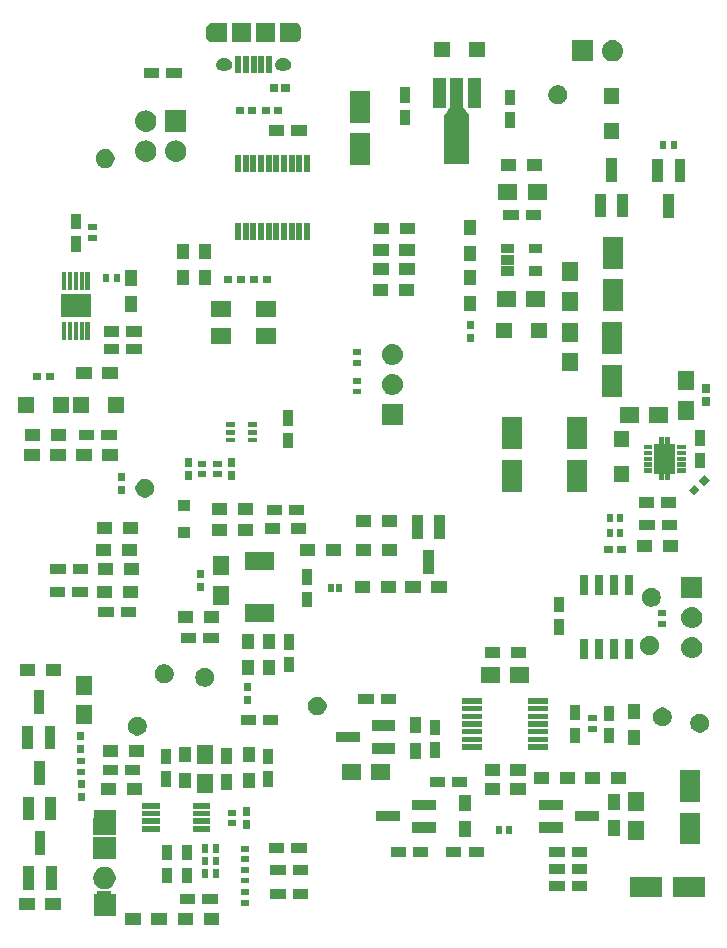
<source format=gts>
G04 #@! TF.GenerationSoftware,KiCad,Pcbnew,5.0.1*
G04 #@! TF.CreationDate,2018-12-04T21:14:06-05:00*
G04 #@! TF.ProjectId,receiver,72656365697665722E6B696361645F70,rev?*
G04 #@! TF.SameCoordinates,Original*
G04 #@! TF.FileFunction,Soldermask,Top*
G04 #@! TF.FilePolarity,Negative*
%FSLAX46Y46*%
G04 Gerber Fmt 4.6, Leading zero omitted, Abs format (unit mm)*
G04 Created by KiCad (PCBNEW 5.0.1) date Tue 04 Dec 2018 09:14:06 PM EST*
%MOMM*%
%LPD*%
G01*
G04 APERTURE LIST*
%ADD10C,0.100000*%
G04 APERTURE END LIST*
D10*
G36*
X46415291Y-190704265D02*
X45113691Y-190704265D01*
X45113691Y-189702665D01*
X46415291Y-189702665D01*
X46415291Y-190704265D01*
X46415291Y-190704265D01*
G37*
G36*
X44215291Y-190704265D02*
X42913691Y-190704265D01*
X42913691Y-189702665D01*
X44215291Y-189702665D01*
X44215291Y-190704265D01*
X44215291Y-190704265D01*
G37*
G36*
X39800800Y-190700800D02*
X38499200Y-190700800D01*
X38499200Y-189699200D01*
X39800800Y-189699200D01*
X39800800Y-190700800D01*
X39800800Y-190700800D01*
G37*
G36*
X42000800Y-190700800D02*
X40699200Y-190700800D01*
X40699200Y-189699200D01*
X42000800Y-189699200D01*
X42000800Y-190700800D01*
X42000800Y-190700800D01*
G37*
G36*
X37315291Y-188051865D02*
X37316267Y-188061776D01*
X37319158Y-188071305D01*
X37323852Y-188080088D01*
X37330170Y-188087786D01*
X37337868Y-188094104D01*
X37346651Y-188098798D01*
X37356180Y-188101689D01*
X37366091Y-188102665D01*
X37715291Y-188102665D01*
X37715291Y-189954265D01*
X35813691Y-189954265D01*
X35813691Y-188102665D01*
X36062891Y-188102665D01*
X36072802Y-188101689D01*
X36082331Y-188098798D01*
X36091114Y-188094104D01*
X36098812Y-188087786D01*
X36105130Y-188080088D01*
X36109824Y-188071305D01*
X36112715Y-188061776D01*
X36113691Y-188051865D01*
X36113691Y-187802665D01*
X37315291Y-187802665D01*
X37315291Y-188051865D01*
X37315291Y-188051865D01*
G37*
G36*
X33000800Y-189450800D02*
X31699200Y-189450800D01*
X31699200Y-188449200D01*
X33000800Y-188449200D01*
X33000800Y-189450800D01*
X33000800Y-189450800D01*
G37*
G36*
X30800800Y-189450800D02*
X29499200Y-189450800D01*
X29499200Y-188449200D01*
X30800800Y-188449200D01*
X30800800Y-189450800D01*
X30800800Y-189450800D01*
G37*
G36*
X49000800Y-189100800D02*
X48299200Y-189100800D01*
X48299200Y-188599200D01*
X49000800Y-188599200D01*
X49000800Y-189100800D01*
X49000800Y-189100800D01*
G37*
G36*
X46300800Y-188925800D02*
X44999200Y-188925800D01*
X44999200Y-188074200D01*
X46300800Y-188074200D01*
X46300800Y-188925800D01*
X46300800Y-188925800D01*
G37*
G36*
X44400800Y-188925800D02*
X43099200Y-188925800D01*
X43099200Y-188074200D01*
X44400800Y-188074200D01*
X44400800Y-188925800D01*
X44400800Y-188925800D01*
G37*
G36*
X53950800Y-188525800D02*
X52649200Y-188525800D01*
X52649200Y-187674200D01*
X53950800Y-187674200D01*
X53950800Y-188525800D01*
X53950800Y-188525800D01*
G37*
G36*
X52050800Y-188525800D02*
X50749200Y-188525800D01*
X50749200Y-187674200D01*
X52050800Y-187674200D01*
X52050800Y-188525800D01*
X52050800Y-188525800D01*
G37*
G36*
X83950800Y-188350800D02*
X81249200Y-188350800D01*
X81249200Y-186649200D01*
X83950800Y-186649200D01*
X83950800Y-188350800D01*
X83950800Y-188350800D01*
G37*
G36*
X87550800Y-188350800D02*
X84849200Y-188350800D01*
X84849200Y-186649200D01*
X87550800Y-186649200D01*
X87550800Y-188350800D01*
X87550800Y-188350800D01*
G37*
G36*
X49000800Y-188200800D02*
X48299200Y-188200800D01*
X48299200Y-187699200D01*
X49000800Y-187699200D01*
X49000800Y-188200800D01*
X49000800Y-188200800D01*
G37*
G36*
X75700800Y-187875800D02*
X74399200Y-187875800D01*
X74399200Y-187024200D01*
X75700800Y-187024200D01*
X75700800Y-187875800D01*
X75700800Y-187875800D01*
G37*
G36*
X77600800Y-187875800D02*
X76299200Y-187875800D01*
X76299200Y-187024200D01*
X77600800Y-187024200D01*
X77600800Y-187875800D01*
X77600800Y-187875800D01*
G37*
G36*
X30765291Y-187754265D02*
X29863691Y-187754265D01*
X29863691Y-185752665D01*
X30765291Y-185752665D01*
X30765291Y-187754265D01*
X30765291Y-187754265D01*
G37*
G36*
X32665291Y-187754265D02*
X31763691Y-187754265D01*
X31763691Y-185752665D01*
X32665291Y-185752665D01*
X32665291Y-187754265D01*
X32665291Y-187754265D01*
G37*
G36*
X36991829Y-185829203D02*
X37164864Y-185900877D01*
X37320591Y-186004930D01*
X37453026Y-186137365D01*
X37557079Y-186293092D01*
X37628753Y-186466127D01*
X37665291Y-186649819D01*
X37665291Y-186837111D01*
X37628753Y-187020803D01*
X37557079Y-187193838D01*
X37453026Y-187349565D01*
X37320591Y-187482000D01*
X37164864Y-187586053D01*
X36991829Y-187657727D01*
X36808137Y-187694265D01*
X36620845Y-187694265D01*
X36437153Y-187657727D01*
X36264118Y-187586053D01*
X36108391Y-187482000D01*
X35975956Y-187349565D01*
X35871903Y-187193838D01*
X35800229Y-187020803D01*
X35763691Y-186837111D01*
X35763691Y-186649819D01*
X35800229Y-186466127D01*
X35871903Y-186293092D01*
X35975956Y-186137365D01*
X36108391Y-186004930D01*
X36264118Y-185900877D01*
X36437153Y-185829203D01*
X36620845Y-185792665D01*
X36808137Y-185792665D01*
X36991829Y-185829203D01*
X36991829Y-185829203D01*
G37*
G36*
X49000800Y-187200800D02*
X48299200Y-187200800D01*
X48299200Y-186699200D01*
X49000800Y-186699200D01*
X49000800Y-187200800D01*
X49000800Y-187200800D01*
G37*
G36*
X44140291Y-187154265D02*
X43288691Y-187154265D01*
X43288691Y-185852665D01*
X44140291Y-185852665D01*
X44140291Y-187154265D01*
X44140291Y-187154265D01*
G37*
G36*
X42440291Y-187154265D02*
X41588691Y-187154265D01*
X41588691Y-185852665D01*
X42440291Y-185852665D01*
X42440291Y-187154265D01*
X42440291Y-187154265D01*
G37*
G36*
X46415291Y-186704265D02*
X45913691Y-186704265D01*
X45913691Y-186002665D01*
X46415291Y-186002665D01*
X46415291Y-186704265D01*
X46415291Y-186704265D01*
G37*
G36*
X45515291Y-186704265D02*
X45013691Y-186704265D01*
X45013691Y-186002665D01*
X45515291Y-186002665D01*
X45515291Y-186704265D01*
X45515291Y-186704265D01*
G37*
G36*
X53950800Y-186525800D02*
X52649200Y-186525800D01*
X52649200Y-185674200D01*
X53950800Y-185674200D01*
X53950800Y-186525800D01*
X53950800Y-186525800D01*
G37*
G36*
X52050800Y-186525800D02*
X50749200Y-186525800D01*
X50749200Y-185674200D01*
X52050800Y-185674200D01*
X52050800Y-186525800D01*
X52050800Y-186525800D01*
G37*
G36*
X75700800Y-186375800D02*
X74399200Y-186375800D01*
X74399200Y-185524200D01*
X75700800Y-185524200D01*
X75700800Y-186375800D01*
X75700800Y-186375800D01*
G37*
G36*
X77600800Y-186375800D02*
X76299200Y-186375800D01*
X76299200Y-185524200D01*
X77600800Y-185524200D01*
X77600800Y-186375800D01*
X77600800Y-186375800D01*
G37*
G36*
X49000800Y-186300800D02*
X48299200Y-186300800D01*
X48299200Y-185799200D01*
X49000800Y-185799200D01*
X49000800Y-186300800D01*
X49000800Y-186300800D01*
G37*
G36*
X46415291Y-185654265D02*
X45913691Y-185654265D01*
X45913691Y-184952665D01*
X46415291Y-184952665D01*
X46415291Y-185654265D01*
X46415291Y-185654265D01*
G37*
G36*
X45515291Y-185654265D02*
X45013691Y-185654265D01*
X45013691Y-184952665D01*
X45515291Y-184952665D01*
X45515291Y-185654265D01*
X45515291Y-185654265D01*
G37*
G36*
X49000800Y-185400800D02*
X48299200Y-185400800D01*
X48299200Y-184899200D01*
X49000800Y-184899200D01*
X49000800Y-185400800D01*
X49000800Y-185400800D01*
G37*
G36*
X42440291Y-185254265D02*
X41588691Y-185254265D01*
X41588691Y-183952665D01*
X42440291Y-183952665D01*
X42440291Y-185254265D01*
X42440291Y-185254265D01*
G37*
G36*
X44140291Y-185254265D02*
X43288691Y-185254265D01*
X43288691Y-183952665D01*
X44140291Y-183952665D01*
X44140291Y-185254265D01*
X44140291Y-185254265D01*
G37*
G36*
X37665291Y-185154265D02*
X35763691Y-185154265D01*
X35763691Y-183252665D01*
X37665291Y-183252665D01*
X37665291Y-185154265D01*
X37665291Y-185154265D01*
G37*
G36*
X75700800Y-184925800D02*
X74399200Y-184925800D01*
X74399200Y-184074200D01*
X75700800Y-184074200D01*
X75700800Y-184925800D01*
X75700800Y-184925800D01*
G37*
G36*
X66950800Y-184925800D02*
X65649200Y-184925800D01*
X65649200Y-184074200D01*
X66950800Y-184074200D01*
X66950800Y-184925800D01*
X66950800Y-184925800D01*
G37*
G36*
X68850800Y-184925800D02*
X67549200Y-184925800D01*
X67549200Y-184074200D01*
X68850800Y-184074200D01*
X68850800Y-184925800D01*
X68850800Y-184925800D01*
G37*
G36*
X64150800Y-184925800D02*
X62849200Y-184925800D01*
X62849200Y-184074200D01*
X64150800Y-184074200D01*
X64150800Y-184925800D01*
X64150800Y-184925800D01*
G37*
G36*
X62250800Y-184925800D02*
X60949200Y-184925800D01*
X60949200Y-184074200D01*
X62250800Y-184074200D01*
X62250800Y-184925800D01*
X62250800Y-184925800D01*
G37*
G36*
X77600800Y-184925800D02*
X76299200Y-184925800D01*
X76299200Y-184074200D01*
X77600800Y-184074200D01*
X77600800Y-184925800D01*
X77600800Y-184925800D01*
G37*
G36*
X31715291Y-184754265D02*
X30813691Y-184754265D01*
X30813691Y-182752665D01*
X31715291Y-182752665D01*
X31715291Y-184754265D01*
X31715291Y-184754265D01*
G37*
G36*
X51950800Y-184625800D02*
X50649200Y-184625800D01*
X50649200Y-183774200D01*
X51950800Y-183774200D01*
X51950800Y-184625800D01*
X51950800Y-184625800D01*
G37*
G36*
X53850800Y-184625800D02*
X52549200Y-184625800D01*
X52549200Y-183774200D01*
X53850800Y-183774200D01*
X53850800Y-184625800D01*
X53850800Y-184625800D01*
G37*
G36*
X45515291Y-184604265D02*
X45013691Y-184604265D01*
X45013691Y-183902665D01*
X45515291Y-183902665D01*
X45515291Y-184604265D01*
X45515291Y-184604265D01*
G37*
G36*
X46415291Y-184604265D02*
X45913691Y-184604265D01*
X45913691Y-183902665D01*
X46415291Y-183902665D01*
X46415291Y-184604265D01*
X46415291Y-184604265D01*
G37*
G36*
X49000800Y-184500800D02*
X48299200Y-184500800D01*
X48299200Y-183999200D01*
X49000800Y-183999200D01*
X49000800Y-184500800D01*
X49000800Y-184500800D01*
G37*
G36*
X87150800Y-183900800D02*
X85449200Y-183900800D01*
X85449200Y-181199200D01*
X87150800Y-181199200D01*
X87150800Y-183900800D01*
X87150800Y-183900800D01*
G37*
G36*
X82425800Y-183550800D02*
X81074200Y-183550800D01*
X81074200Y-181949200D01*
X82425800Y-181949200D01*
X82425800Y-183550800D01*
X82425800Y-183550800D01*
G37*
G36*
X67750800Y-183250800D02*
X66749200Y-183250800D01*
X66749200Y-181949200D01*
X67750800Y-181949200D01*
X67750800Y-183250800D01*
X67750800Y-183250800D01*
G37*
G36*
X80350800Y-183150800D02*
X79349200Y-183150800D01*
X79349200Y-181849200D01*
X80350800Y-181849200D01*
X80350800Y-183150800D01*
X80350800Y-183150800D01*
G37*
G36*
X37715291Y-183104265D02*
X35713691Y-183104265D01*
X35713691Y-181702665D01*
X35762891Y-181702665D01*
X35772802Y-181701689D01*
X35782331Y-181698798D01*
X35791114Y-181694104D01*
X35798812Y-181687786D01*
X35805130Y-181680088D01*
X35809824Y-181671305D01*
X35812715Y-181661776D01*
X35813691Y-181651865D01*
X35813691Y-180952665D01*
X37715291Y-180952665D01*
X37715291Y-183104265D01*
X37715291Y-183104265D01*
G37*
G36*
X70350800Y-183050800D02*
X69849200Y-183050800D01*
X69849200Y-182349200D01*
X70350800Y-182349200D01*
X70350800Y-183050800D01*
X70350800Y-183050800D01*
G37*
G36*
X71250800Y-183050800D02*
X70749200Y-183050800D01*
X70749200Y-182349200D01*
X71250800Y-182349200D01*
X71250800Y-183050800D01*
X71250800Y-183050800D01*
G37*
G36*
X75550800Y-182900800D02*
X73549200Y-182900800D01*
X73549200Y-181999200D01*
X75550800Y-181999200D01*
X75550800Y-182900800D01*
X75550800Y-182900800D01*
G37*
G36*
X64750800Y-182900800D02*
X62749200Y-182900800D01*
X62749200Y-181999200D01*
X64750800Y-181999200D01*
X64750800Y-182900800D01*
X64750800Y-182900800D01*
G37*
G36*
X45689491Y-182828465D02*
X44239491Y-182828465D01*
X44239491Y-182328465D01*
X45689491Y-182328465D01*
X45689491Y-182828465D01*
X45689491Y-182828465D01*
G37*
G36*
X41389491Y-182828465D02*
X39939491Y-182828465D01*
X39939491Y-182328465D01*
X41389491Y-182328465D01*
X41389491Y-182828465D01*
X41389491Y-182828465D01*
G37*
G36*
X49015291Y-182554265D02*
X48413691Y-182554265D01*
X48413691Y-181852665D01*
X49015291Y-181852665D01*
X49015291Y-182554265D01*
X49015291Y-182554265D01*
G37*
G36*
X47865291Y-182354265D02*
X47163691Y-182354265D01*
X47163691Y-181852665D01*
X47865291Y-181852665D01*
X47865291Y-182354265D01*
X47865291Y-182354265D01*
G37*
G36*
X45689491Y-182178465D02*
X44239491Y-182178465D01*
X44239491Y-181678465D01*
X45689491Y-181678465D01*
X45689491Y-182178465D01*
X45689491Y-182178465D01*
G37*
G36*
X41389491Y-182178465D02*
X39939491Y-182178465D01*
X39939491Y-181678465D01*
X41389491Y-181678465D01*
X41389491Y-182178465D01*
X41389491Y-182178465D01*
G37*
G36*
X78550800Y-181950800D02*
X76549200Y-181950800D01*
X76549200Y-181049200D01*
X78550800Y-181049200D01*
X78550800Y-181950800D01*
X78550800Y-181950800D01*
G37*
G36*
X61750800Y-181950800D02*
X59749200Y-181950800D01*
X59749200Y-181049200D01*
X61750800Y-181049200D01*
X61750800Y-181950800D01*
X61750800Y-181950800D01*
G37*
G36*
X30715291Y-181854265D02*
X29813691Y-181854265D01*
X29813691Y-179852665D01*
X30715291Y-179852665D01*
X30715291Y-181854265D01*
X30715291Y-181854265D01*
G37*
G36*
X32615291Y-181854265D02*
X31713691Y-181854265D01*
X31713691Y-179852665D01*
X32615291Y-179852665D01*
X32615291Y-181854265D01*
X32615291Y-181854265D01*
G37*
G36*
X45689491Y-181528465D02*
X44239491Y-181528465D01*
X44239491Y-181028465D01*
X45689491Y-181028465D01*
X45689491Y-181528465D01*
X45689491Y-181528465D01*
G37*
G36*
X41389491Y-181528465D02*
X39939491Y-181528465D01*
X39939491Y-181028465D01*
X41389491Y-181028465D01*
X41389491Y-181528465D01*
X41389491Y-181528465D01*
G37*
G36*
X47865291Y-181454265D02*
X47163691Y-181454265D01*
X47163691Y-180952665D01*
X47865291Y-180952665D01*
X47865291Y-181454265D01*
X47865291Y-181454265D01*
G37*
G36*
X49015291Y-181454265D02*
X48413691Y-181454265D01*
X48413691Y-180752665D01*
X49015291Y-180752665D01*
X49015291Y-181454265D01*
X49015291Y-181454265D01*
G37*
G36*
X67750800Y-181050800D02*
X66749200Y-181050800D01*
X66749200Y-179749200D01*
X67750800Y-179749200D01*
X67750800Y-181050800D01*
X67750800Y-181050800D01*
G37*
G36*
X82425800Y-181050800D02*
X81074200Y-181050800D01*
X81074200Y-179449200D01*
X82425800Y-179449200D01*
X82425800Y-181050800D01*
X82425800Y-181050800D01*
G37*
G36*
X75550800Y-181000800D02*
X73549200Y-181000800D01*
X73549200Y-180099200D01*
X75550800Y-180099200D01*
X75550800Y-181000800D01*
X75550800Y-181000800D01*
G37*
G36*
X64750800Y-181000800D02*
X62749200Y-181000800D01*
X62749200Y-180099200D01*
X64750800Y-180099200D01*
X64750800Y-181000800D01*
X64750800Y-181000800D01*
G37*
G36*
X80350800Y-180950800D02*
X79349200Y-180950800D01*
X79349200Y-179649200D01*
X80350800Y-179649200D01*
X80350800Y-180950800D01*
X80350800Y-180950800D01*
G37*
G36*
X41389491Y-180878465D02*
X39939491Y-180878465D01*
X39939491Y-180378465D01*
X41389491Y-180378465D01*
X41389491Y-180878465D01*
X41389491Y-180878465D01*
G37*
G36*
X45689491Y-180878465D02*
X44239491Y-180878465D01*
X44239491Y-180378465D01*
X45689491Y-180378465D01*
X45689491Y-180878465D01*
X45689491Y-180878465D01*
G37*
G36*
X87150800Y-180300800D02*
X85449200Y-180300800D01*
X85449200Y-177599200D01*
X87150800Y-177599200D01*
X87150800Y-180300800D01*
X87150800Y-180300800D01*
G37*
G36*
X35065291Y-180254265D02*
X34463691Y-180254265D01*
X34463691Y-179552665D01*
X35065291Y-179552665D01*
X35065291Y-180254265D01*
X35065291Y-180254265D01*
G37*
G36*
X39915291Y-179704265D02*
X38613691Y-179704265D01*
X38613691Y-178702665D01*
X39915291Y-178702665D01*
X39915291Y-179704265D01*
X39915291Y-179704265D01*
G37*
G36*
X37715291Y-179704265D02*
X36413691Y-179704265D01*
X36413691Y-178702665D01*
X37715291Y-178702665D01*
X37715291Y-179704265D01*
X37715291Y-179704265D01*
G37*
G36*
X70200800Y-179700800D02*
X68899200Y-179700800D01*
X68899200Y-178699200D01*
X70200800Y-178699200D01*
X70200800Y-179700800D01*
X70200800Y-179700800D01*
G37*
G36*
X72400800Y-179700800D02*
X71099200Y-179700800D01*
X71099200Y-178699200D01*
X72400800Y-178699200D01*
X72400800Y-179700800D01*
X72400800Y-179700800D01*
G37*
G36*
X45925800Y-179550800D02*
X44574200Y-179550800D01*
X44574200Y-177949200D01*
X45925800Y-177949200D01*
X45925800Y-179550800D01*
X45925800Y-179550800D01*
G37*
G36*
X47550800Y-179250800D02*
X46549200Y-179250800D01*
X46549200Y-177949200D01*
X47550800Y-177949200D01*
X47550800Y-179250800D01*
X47550800Y-179250800D01*
G37*
G36*
X35065291Y-179154265D02*
X34463691Y-179154265D01*
X34463691Y-178452665D01*
X35065291Y-178452665D01*
X35065291Y-179154265D01*
X35065291Y-179154265D01*
G37*
G36*
X49450800Y-179150800D02*
X48449200Y-179150800D01*
X48449200Y-177849200D01*
X49450800Y-177849200D01*
X49450800Y-179150800D01*
X49450800Y-179150800D01*
G37*
G36*
X44050800Y-179150800D02*
X43049200Y-179150800D01*
X43049200Y-177849200D01*
X44050800Y-177849200D01*
X44050800Y-179150800D01*
X44050800Y-179150800D01*
G37*
G36*
X65550800Y-179025800D02*
X64249200Y-179025800D01*
X64249200Y-178174200D01*
X65550800Y-178174200D01*
X65550800Y-179025800D01*
X65550800Y-179025800D01*
G37*
G36*
X67450800Y-179025800D02*
X66149200Y-179025800D01*
X66149200Y-178174200D01*
X67450800Y-178174200D01*
X67450800Y-179025800D01*
X67450800Y-179025800D01*
G37*
G36*
X42340291Y-179004265D02*
X41488691Y-179004265D01*
X41488691Y-177702665D01*
X42340291Y-177702665D01*
X42340291Y-179004265D01*
X42340291Y-179004265D01*
G37*
G36*
X50975800Y-179000800D02*
X50124200Y-179000800D01*
X50124200Y-177699200D01*
X50975800Y-177699200D01*
X50975800Y-179000800D01*
X50975800Y-179000800D01*
G37*
G36*
X31665291Y-178854265D02*
X30763691Y-178854265D01*
X30763691Y-176852665D01*
X31665291Y-176852665D01*
X31665291Y-178854265D01*
X31665291Y-178854265D01*
G37*
G36*
X80900800Y-178800800D02*
X79599200Y-178800800D01*
X79599200Y-177799200D01*
X80900800Y-177799200D01*
X80900800Y-178800800D01*
X80900800Y-178800800D01*
G37*
G36*
X76600800Y-178800800D02*
X75299200Y-178800800D01*
X75299200Y-177799200D01*
X76600800Y-177799200D01*
X76600800Y-178800800D01*
X76600800Y-178800800D01*
G37*
G36*
X78700800Y-178800800D02*
X77399200Y-178800800D01*
X77399200Y-177799200D01*
X78700800Y-177799200D01*
X78700800Y-178800800D01*
X78700800Y-178800800D01*
G37*
G36*
X74400800Y-178800800D02*
X73099200Y-178800800D01*
X73099200Y-177799200D01*
X74400800Y-177799200D01*
X74400800Y-178800800D01*
X74400800Y-178800800D01*
G37*
G36*
X60900800Y-178475800D02*
X59299200Y-178475800D01*
X59299200Y-177124200D01*
X60900800Y-177124200D01*
X60900800Y-178475800D01*
X60900800Y-178475800D01*
G37*
G36*
X58400800Y-178475800D02*
X56799200Y-178475800D01*
X56799200Y-177124200D01*
X58400800Y-177124200D01*
X58400800Y-178475800D01*
X58400800Y-178475800D01*
G37*
G36*
X72400800Y-178100800D02*
X71099200Y-178100800D01*
X71099200Y-177099200D01*
X72400800Y-177099200D01*
X72400800Y-178100800D01*
X72400800Y-178100800D01*
G37*
G36*
X70200800Y-178100800D02*
X68899200Y-178100800D01*
X68899200Y-177099200D01*
X70200800Y-177099200D01*
X70200800Y-178100800D01*
X70200800Y-178100800D01*
G37*
G36*
X37865291Y-178029265D02*
X36563691Y-178029265D01*
X36563691Y-177177665D01*
X37865291Y-177177665D01*
X37865291Y-178029265D01*
X37865291Y-178029265D01*
G37*
G36*
X39765291Y-178029265D02*
X38463691Y-178029265D01*
X38463691Y-177177665D01*
X39765291Y-177177665D01*
X39765291Y-178029265D01*
X39765291Y-178029265D01*
G37*
G36*
X35115291Y-178004265D02*
X34413691Y-178004265D01*
X34413691Y-177502665D01*
X35115291Y-177502665D01*
X35115291Y-178004265D01*
X35115291Y-178004265D01*
G37*
G36*
X42340291Y-177104265D02*
X41488691Y-177104265D01*
X41488691Y-175802665D01*
X42340291Y-175802665D01*
X42340291Y-177104265D01*
X42340291Y-177104265D01*
G37*
G36*
X35115291Y-177104265D02*
X34413691Y-177104265D01*
X34413691Y-176602665D01*
X35115291Y-176602665D01*
X35115291Y-177104265D01*
X35115291Y-177104265D01*
G37*
G36*
X50975800Y-177100800D02*
X50124200Y-177100800D01*
X50124200Y-175799200D01*
X50975800Y-175799200D01*
X50975800Y-177100800D01*
X50975800Y-177100800D01*
G37*
G36*
X45925800Y-177050800D02*
X44574200Y-177050800D01*
X44574200Y-175449200D01*
X45925800Y-175449200D01*
X45925800Y-177050800D01*
X45925800Y-177050800D01*
G37*
G36*
X47550800Y-177050800D02*
X46549200Y-177050800D01*
X46549200Y-175749200D01*
X47550800Y-175749200D01*
X47550800Y-177050800D01*
X47550800Y-177050800D01*
G37*
G36*
X44050800Y-176950800D02*
X43049200Y-176950800D01*
X43049200Y-175649200D01*
X44050800Y-175649200D01*
X44050800Y-176950800D01*
X44050800Y-176950800D01*
G37*
G36*
X49450800Y-176950800D02*
X48449200Y-176950800D01*
X48449200Y-175649200D01*
X49450800Y-175649200D01*
X49450800Y-176950800D01*
X49450800Y-176950800D01*
G37*
G36*
X63550800Y-176650800D02*
X62549200Y-176650800D01*
X62549200Y-175349200D01*
X63550800Y-175349200D01*
X63550800Y-176650800D01*
X63550800Y-176650800D01*
G37*
G36*
X65125800Y-176550800D02*
X64274200Y-176550800D01*
X64274200Y-175249200D01*
X65125800Y-175249200D01*
X65125800Y-176550800D01*
X65125800Y-176550800D01*
G37*
G36*
X37865291Y-176454265D02*
X36563691Y-176454265D01*
X36563691Y-175452665D01*
X37865291Y-175452665D01*
X37865291Y-176454265D01*
X37865291Y-176454265D01*
G37*
G36*
X40065291Y-176454265D02*
X38763691Y-176454265D01*
X38763691Y-175452665D01*
X40065291Y-175452665D01*
X40065291Y-176454265D01*
X40065291Y-176454265D01*
G37*
G36*
X61350800Y-176200800D02*
X59349200Y-176200800D01*
X59349200Y-175299200D01*
X61350800Y-175299200D01*
X61350800Y-176200800D01*
X61350800Y-176200800D01*
G37*
G36*
X35015291Y-176154265D02*
X34413691Y-176154265D01*
X34413691Y-175452665D01*
X35015291Y-175452665D01*
X35015291Y-176154265D01*
X35015291Y-176154265D01*
G37*
G36*
X74300000Y-175875000D02*
X72600000Y-175875000D01*
X72600000Y-175425000D01*
X74300000Y-175425000D01*
X74300000Y-175875000D01*
X74300000Y-175875000D01*
G37*
G36*
X68700000Y-175875000D02*
X67000000Y-175875000D01*
X67000000Y-175425000D01*
X68700000Y-175425000D01*
X68700000Y-175875000D01*
X68700000Y-175875000D01*
G37*
G36*
X32565291Y-175854265D02*
X31663691Y-175854265D01*
X31663691Y-173852665D01*
X32565291Y-173852665D01*
X32565291Y-175854265D01*
X32565291Y-175854265D01*
G37*
G36*
X30665291Y-175854265D02*
X29763691Y-175854265D01*
X29763691Y-173852665D01*
X30665291Y-173852665D01*
X30665291Y-175854265D01*
X30665291Y-175854265D01*
G37*
G36*
X82050800Y-175500800D02*
X81049200Y-175500800D01*
X81049200Y-174199200D01*
X82050800Y-174199200D01*
X82050800Y-175500800D01*
X82050800Y-175500800D01*
G37*
G36*
X79825800Y-175350800D02*
X78974200Y-175350800D01*
X78974200Y-174049200D01*
X79825800Y-174049200D01*
X79825800Y-175350800D01*
X79825800Y-175350800D01*
G37*
G36*
X76975800Y-175300800D02*
X76124200Y-175300800D01*
X76124200Y-173999200D01*
X76975800Y-173999200D01*
X76975800Y-175300800D01*
X76975800Y-175300800D01*
G37*
G36*
X58350800Y-175250800D02*
X56349200Y-175250800D01*
X56349200Y-174349200D01*
X58350800Y-174349200D01*
X58350800Y-175250800D01*
X58350800Y-175250800D01*
G37*
G36*
X68700000Y-175225000D02*
X67000000Y-175225000D01*
X67000000Y-174775000D01*
X68700000Y-174775000D01*
X68700000Y-175225000D01*
X68700000Y-175225000D01*
G37*
G36*
X74300000Y-175225000D02*
X72600000Y-175225000D01*
X72600000Y-174775000D01*
X74300000Y-174775000D01*
X74300000Y-175225000D01*
X74300000Y-175225000D01*
G37*
G36*
X35015291Y-175054265D02*
X34413691Y-175054265D01*
X34413691Y-174352665D01*
X35015291Y-174352665D01*
X35015291Y-175054265D01*
X35015291Y-175054265D01*
G37*
G36*
X39733586Y-173104974D02*
X39879319Y-173165338D01*
X40010482Y-173252979D01*
X40122021Y-173364518D01*
X40209662Y-173495681D01*
X40270026Y-173641414D01*
X40300800Y-173796128D01*
X40300800Y-173953872D01*
X40270026Y-174108586D01*
X40209662Y-174254319D01*
X40122021Y-174385482D01*
X40010482Y-174497021D01*
X39879319Y-174584662D01*
X39733586Y-174645026D01*
X39578872Y-174675800D01*
X39421128Y-174675800D01*
X39266414Y-174645026D01*
X39120681Y-174584662D01*
X38989518Y-174497021D01*
X38877979Y-174385482D01*
X38790338Y-174254319D01*
X38729974Y-174108586D01*
X38699200Y-173953872D01*
X38699200Y-173796128D01*
X38729974Y-173641414D01*
X38790338Y-173495681D01*
X38877979Y-173364518D01*
X38989518Y-173252979D01*
X39120681Y-173165338D01*
X39266414Y-173104974D01*
X39421128Y-173074200D01*
X39578872Y-173074200D01*
X39733586Y-173104974D01*
X39733586Y-173104974D01*
G37*
G36*
X65125800Y-174650800D02*
X64274200Y-174650800D01*
X64274200Y-173349200D01*
X65125800Y-173349200D01*
X65125800Y-174650800D01*
X65125800Y-174650800D01*
G37*
G36*
X74300000Y-174575000D02*
X72600000Y-174575000D01*
X72600000Y-174125000D01*
X74300000Y-174125000D01*
X74300000Y-174575000D01*
X74300000Y-174575000D01*
G37*
G36*
X68700000Y-174575000D02*
X67000000Y-174575000D01*
X67000000Y-174125000D01*
X68700000Y-174125000D01*
X68700000Y-174575000D01*
X68700000Y-174575000D01*
G37*
G36*
X63550800Y-174450800D02*
X62549200Y-174450800D01*
X62549200Y-173149200D01*
X63550800Y-173149200D01*
X63550800Y-174450800D01*
X63550800Y-174450800D01*
G37*
G36*
X87358586Y-172854974D02*
X87504319Y-172915338D01*
X87635482Y-173002979D01*
X87747021Y-173114518D01*
X87834662Y-173245681D01*
X87895026Y-173391414D01*
X87925800Y-173546128D01*
X87925800Y-173703872D01*
X87895026Y-173858586D01*
X87834662Y-174004319D01*
X87747021Y-174135482D01*
X87635482Y-174247021D01*
X87504319Y-174334662D01*
X87358586Y-174395026D01*
X87203872Y-174425800D01*
X87046128Y-174425800D01*
X86891414Y-174395026D01*
X86745681Y-174334662D01*
X86614518Y-174247021D01*
X86502979Y-174135482D01*
X86415338Y-174004319D01*
X86354974Y-173858586D01*
X86324200Y-173703872D01*
X86324200Y-173546128D01*
X86354974Y-173391414D01*
X86415338Y-173245681D01*
X86502979Y-173114518D01*
X86614518Y-173002979D01*
X86745681Y-172915338D01*
X86891414Y-172854974D01*
X87046128Y-172824200D01*
X87203872Y-172824200D01*
X87358586Y-172854974D01*
X87358586Y-172854974D01*
G37*
G36*
X78400800Y-174350800D02*
X77699200Y-174350800D01*
X77699200Y-173849200D01*
X78400800Y-173849200D01*
X78400800Y-174350800D01*
X78400800Y-174350800D01*
G37*
G36*
X61350800Y-174300800D02*
X59349200Y-174300800D01*
X59349200Y-173399200D01*
X61350800Y-173399200D01*
X61350800Y-174300800D01*
X61350800Y-174300800D01*
G37*
G36*
X74300000Y-173925000D02*
X72600000Y-173925000D01*
X72600000Y-173475000D01*
X74300000Y-173475000D01*
X74300000Y-173925000D01*
X74300000Y-173925000D01*
G37*
G36*
X68700000Y-173925000D02*
X67000000Y-173925000D01*
X67000000Y-173475000D01*
X68700000Y-173475000D01*
X68700000Y-173925000D01*
X68700000Y-173925000D01*
G37*
G36*
X84183586Y-172329974D02*
X84329319Y-172390338D01*
X84460482Y-172477979D01*
X84572021Y-172589518D01*
X84659662Y-172720681D01*
X84720026Y-172866414D01*
X84750800Y-173021128D01*
X84750800Y-173178872D01*
X84720026Y-173333586D01*
X84659662Y-173479319D01*
X84572021Y-173610482D01*
X84460482Y-173722021D01*
X84329319Y-173809662D01*
X84183586Y-173870026D01*
X84028872Y-173900800D01*
X83871128Y-173900800D01*
X83716414Y-173870026D01*
X83570681Y-173809662D01*
X83439518Y-173722021D01*
X83327979Y-173610482D01*
X83240338Y-173479319D01*
X83179974Y-173333586D01*
X83149200Y-173178872D01*
X83149200Y-173021128D01*
X83179974Y-172866414D01*
X83240338Y-172720681D01*
X83327979Y-172589518D01*
X83439518Y-172477979D01*
X83570681Y-172390338D01*
X83716414Y-172329974D01*
X83871128Y-172299200D01*
X84028872Y-172299200D01*
X84183586Y-172329974D01*
X84183586Y-172329974D01*
G37*
G36*
X49550800Y-173825800D02*
X48249200Y-173825800D01*
X48249200Y-172974200D01*
X49550800Y-172974200D01*
X49550800Y-173825800D01*
X49550800Y-173825800D01*
G37*
G36*
X51450800Y-173825800D02*
X50149200Y-173825800D01*
X50149200Y-172974200D01*
X51450800Y-172974200D01*
X51450800Y-173825800D01*
X51450800Y-173825800D01*
G37*
G36*
X35690291Y-173704265D02*
X34338691Y-173704265D01*
X34338691Y-172102665D01*
X35690291Y-172102665D01*
X35690291Y-173704265D01*
X35690291Y-173704265D01*
G37*
G36*
X78400800Y-173450800D02*
X77699200Y-173450800D01*
X77699200Y-172949200D01*
X78400800Y-172949200D01*
X78400800Y-173450800D01*
X78400800Y-173450800D01*
G37*
G36*
X79825800Y-173450800D02*
X78974200Y-173450800D01*
X78974200Y-172149200D01*
X79825800Y-172149200D01*
X79825800Y-173450800D01*
X79825800Y-173450800D01*
G37*
G36*
X76975800Y-173400800D02*
X76124200Y-173400800D01*
X76124200Y-172099200D01*
X76975800Y-172099200D01*
X76975800Y-173400800D01*
X76975800Y-173400800D01*
G37*
G36*
X82050800Y-173300800D02*
X81049200Y-173300800D01*
X81049200Y-171999200D01*
X82050800Y-171999200D01*
X82050800Y-173300800D01*
X82050800Y-173300800D01*
G37*
G36*
X74300000Y-173275000D02*
X72600000Y-173275000D01*
X72600000Y-172825000D01*
X74300000Y-172825000D01*
X74300000Y-173275000D01*
X74300000Y-173275000D01*
G37*
G36*
X68700000Y-173275000D02*
X67000000Y-173275000D01*
X67000000Y-172825000D01*
X68700000Y-172825000D01*
X68700000Y-173275000D01*
X68700000Y-173275000D01*
G37*
G36*
X54958586Y-171404974D02*
X55104319Y-171465338D01*
X55235482Y-171552979D01*
X55347021Y-171664518D01*
X55434662Y-171795681D01*
X55495026Y-171941414D01*
X55525800Y-172096128D01*
X55525800Y-172253872D01*
X55495026Y-172408586D01*
X55434662Y-172554319D01*
X55347021Y-172685482D01*
X55235482Y-172797021D01*
X55104319Y-172884662D01*
X54958586Y-172945026D01*
X54803872Y-172975800D01*
X54646128Y-172975800D01*
X54491414Y-172945026D01*
X54345681Y-172884662D01*
X54214518Y-172797021D01*
X54102979Y-172685482D01*
X54015338Y-172554319D01*
X53954974Y-172408586D01*
X53924200Y-172253872D01*
X53924200Y-172096128D01*
X53954974Y-171941414D01*
X54015338Y-171795681D01*
X54102979Y-171664518D01*
X54214518Y-171552979D01*
X54345681Y-171465338D01*
X54491414Y-171404974D01*
X54646128Y-171374200D01*
X54803872Y-171374200D01*
X54958586Y-171404974D01*
X54958586Y-171404974D01*
G37*
G36*
X31615291Y-172854265D02*
X30713691Y-172854265D01*
X30713691Y-170852665D01*
X31615291Y-170852665D01*
X31615291Y-172854265D01*
X31615291Y-172854265D01*
G37*
G36*
X74300000Y-172625000D02*
X72600000Y-172625000D01*
X72600000Y-172175000D01*
X74300000Y-172175000D01*
X74300000Y-172625000D01*
X74300000Y-172625000D01*
G37*
G36*
X68700000Y-172625000D02*
X67000000Y-172625000D01*
X67000000Y-172175000D01*
X68700000Y-172175000D01*
X68700000Y-172625000D01*
X68700000Y-172625000D01*
G37*
G36*
X59500800Y-172025800D02*
X58199200Y-172025800D01*
X58199200Y-171174200D01*
X59500800Y-171174200D01*
X59500800Y-172025800D01*
X59500800Y-172025800D01*
G37*
G36*
X61400800Y-172025800D02*
X60099200Y-172025800D01*
X60099200Y-171174200D01*
X61400800Y-171174200D01*
X61400800Y-172025800D01*
X61400800Y-172025800D01*
G37*
G36*
X49150800Y-172000800D02*
X48549200Y-172000800D01*
X48549200Y-171299200D01*
X49150800Y-171299200D01*
X49150800Y-172000800D01*
X49150800Y-172000800D01*
G37*
G36*
X68700000Y-171975000D02*
X67000000Y-171975000D01*
X67000000Y-171525000D01*
X68700000Y-171525000D01*
X68700000Y-171975000D01*
X68700000Y-171975000D01*
G37*
G36*
X74300000Y-171975000D02*
X72600000Y-171975000D01*
X72600000Y-171525000D01*
X74300000Y-171525000D01*
X74300000Y-171975000D01*
X74300000Y-171975000D01*
G37*
G36*
X35690291Y-171204265D02*
X34338691Y-171204265D01*
X34338691Y-169602665D01*
X35690291Y-169602665D01*
X35690291Y-171204265D01*
X35690291Y-171204265D01*
G37*
G36*
X49150800Y-170900800D02*
X48549200Y-170900800D01*
X48549200Y-170199200D01*
X49150800Y-170199200D01*
X49150800Y-170900800D01*
X49150800Y-170900800D01*
G37*
G36*
X45433586Y-168979974D02*
X45579319Y-169040338D01*
X45710482Y-169127979D01*
X45822021Y-169239518D01*
X45909662Y-169370681D01*
X45970026Y-169516414D01*
X46000800Y-169671128D01*
X46000800Y-169828872D01*
X45970026Y-169983586D01*
X45909662Y-170129319D01*
X45822021Y-170260482D01*
X45710482Y-170372021D01*
X45579319Y-170459662D01*
X45433586Y-170520026D01*
X45278872Y-170550800D01*
X45121128Y-170550800D01*
X44966414Y-170520026D01*
X44820681Y-170459662D01*
X44689518Y-170372021D01*
X44577979Y-170260482D01*
X44490338Y-170129319D01*
X44429974Y-169983586D01*
X44399200Y-169828872D01*
X44399200Y-169671128D01*
X44429974Y-169516414D01*
X44490338Y-169370681D01*
X44577979Y-169239518D01*
X44689518Y-169127979D01*
X44820681Y-169040338D01*
X44966414Y-168979974D01*
X45121128Y-168949200D01*
X45278872Y-168949200D01*
X45433586Y-168979974D01*
X45433586Y-168979974D01*
G37*
G36*
X42008586Y-168679974D02*
X42154319Y-168740338D01*
X42285482Y-168827979D01*
X42397021Y-168939518D01*
X42484662Y-169070681D01*
X42545026Y-169216414D01*
X42575800Y-169371128D01*
X42575800Y-169528872D01*
X42545026Y-169683586D01*
X42484662Y-169829319D01*
X42397021Y-169960482D01*
X42285482Y-170072021D01*
X42154319Y-170159662D01*
X42008586Y-170220026D01*
X41853872Y-170250800D01*
X41696128Y-170250800D01*
X41541414Y-170220026D01*
X41395681Y-170159662D01*
X41264518Y-170072021D01*
X41152979Y-169960482D01*
X41065338Y-169829319D01*
X41004974Y-169683586D01*
X40974200Y-169528872D01*
X40974200Y-169371128D01*
X41004974Y-169216414D01*
X41065338Y-169070681D01*
X41152979Y-168939518D01*
X41264518Y-168827979D01*
X41395681Y-168740338D01*
X41541414Y-168679974D01*
X41696128Y-168649200D01*
X41853872Y-168649200D01*
X42008586Y-168679974D01*
X42008586Y-168679974D01*
G37*
G36*
X70200800Y-170225800D02*
X68599200Y-170225800D01*
X68599200Y-168874200D01*
X70200800Y-168874200D01*
X70200800Y-170225800D01*
X70200800Y-170225800D01*
G37*
G36*
X72700800Y-170225800D02*
X71099200Y-170225800D01*
X71099200Y-168874200D01*
X72700800Y-168874200D01*
X72700800Y-170225800D01*
X72700800Y-170225800D01*
G37*
G36*
X30865291Y-169654265D02*
X29563691Y-169654265D01*
X29563691Y-168652665D01*
X30865291Y-168652665D01*
X30865291Y-169654265D01*
X30865291Y-169654265D01*
G37*
G36*
X33065291Y-169654265D02*
X31763691Y-169654265D01*
X31763691Y-168652665D01*
X33065291Y-168652665D01*
X33065291Y-169654265D01*
X33065291Y-169654265D01*
G37*
G36*
X49350800Y-169550800D02*
X48349200Y-169550800D01*
X48349200Y-168249200D01*
X49350800Y-168249200D01*
X49350800Y-169550800D01*
X49350800Y-169550800D01*
G37*
G36*
X51150800Y-169550800D02*
X50149200Y-169550800D01*
X50149200Y-168249200D01*
X51150800Y-168249200D01*
X51150800Y-169550800D01*
X51150800Y-169550800D01*
G37*
G36*
X52775800Y-169300800D02*
X51924200Y-169300800D01*
X51924200Y-167999200D01*
X52775800Y-167999200D01*
X52775800Y-169300800D01*
X52775800Y-169300800D01*
G37*
G36*
X81455000Y-168200000D02*
X80755000Y-168200000D01*
X80755000Y-166500000D01*
X81455000Y-166500000D01*
X81455000Y-168200000D01*
X81455000Y-168200000D01*
G37*
G36*
X77645000Y-168200000D02*
X76945000Y-168200000D01*
X76945000Y-166500000D01*
X77645000Y-166500000D01*
X77645000Y-168200000D01*
X77645000Y-168200000D01*
G37*
G36*
X78915000Y-168200000D02*
X78215000Y-168200000D01*
X78215000Y-166500000D01*
X78915000Y-166500000D01*
X78915000Y-168200000D01*
X78915000Y-168200000D01*
G37*
G36*
X80185000Y-168200000D02*
X79485000Y-168200000D01*
X79485000Y-166500000D01*
X80185000Y-166500000D01*
X80185000Y-168200000D01*
X80185000Y-168200000D01*
G37*
G36*
X72450800Y-168150800D02*
X71149200Y-168150800D01*
X71149200Y-167149200D01*
X72450800Y-167149200D01*
X72450800Y-168150800D01*
X72450800Y-168150800D01*
G37*
G36*
X70250800Y-168150800D02*
X68949200Y-168150800D01*
X68949200Y-167149200D01*
X70250800Y-167149200D01*
X70250800Y-168150800D01*
X70250800Y-168150800D01*
G37*
G36*
X86626582Y-166342233D02*
X86626584Y-166342234D01*
X86626588Y-166342234D01*
X86796389Y-166393743D01*
X86898370Y-166448253D01*
X86952880Y-166477389D01*
X87090043Y-166589957D01*
X87202611Y-166727120D01*
X87231747Y-166781630D01*
X87286257Y-166883611D01*
X87337766Y-167053412D01*
X87337766Y-167053416D01*
X87337767Y-167053418D01*
X87355159Y-167230000D01*
X87343261Y-167350800D01*
X87337766Y-167406588D01*
X87286257Y-167576389D01*
X87235140Y-167672021D01*
X87202611Y-167732880D01*
X87090043Y-167870043D01*
X86952880Y-167982611D01*
X86898370Y-168011747D01*
X86796389Y-168066257D01*
X86626588Y-168117766D01*
X86626584Y-168117766D01*
X86626582Y-168117767D01*
X86494255Y-168130800D01*
X86405745Y-168130800D01*
X86273418Y-168117767D01*
X86273416Y-168117766D01*
X86273412Y-168117766D01*
X86103611Y-168066257D01*
X86001630Y-168011747D01*
X85947120Y-167982611D01*
X85809957Y-167870043D01*
X85697389Y-167732880D01*
X85664860Y-167672021D01*
X85613743Y-167576389D01*
X85562234Y-167406588D01*
X85556739Y-167350800D01*
X85544841Y-167230000D01*
X85562233Y-167053418D01*
X85562234Y-167053416D01*
X85562234Y-167053412D01*
X85613743Y-166883611D01*
X85668253Y-166781630D01*
X85697389Y-166727120D01*
X85809957Y-166589957D01*
X85947120Y-166477389D01*
X86001630Y-166448253D01*
X86103611Y-166393743D01*
X86273412Y-166342234D01*
X86273416Y-166342234D01*
X86273418Y-166342233D01*
X86405745Y-166329200D01*
X86494255Y-166329200D01*
X86626582Y-166342233D01*
X86626582Y-166342233D01*
G37*
G36*
X83108586Y-166279974D02*
X83254319Y-166340338D01*
X83385482Y-166427979D01*
X83497021Y-166539518D01*
X83584662Y-166670681D01*
X83645026Y-166816414D01*
X83675800Y-166971128D01*
X83675800Y-167128872D01*
X83645026Y-167283586D01*
X83584662Y-167429319D01*
X83497021Y-167560482D01*
X83385482Y-167672021D01*
X83254319Y-167759662D01*
X83108586Y-167820026D01*
X82953872Y-167850800D01*
X82796128Y-167850800D01*
X82641414Y-167820026D01*
X82495681Y-167759662D01*
X82364518Y-167672021D01*
X82252979Y-167560482D01*
X82165338Y-167429319D01*
X82104974Y-167283586D01*
X82074200Y-167128872D01*
X82074200Y-166971128D01*
X82104974Y-166816414D01*
X82165338Y-166670681D01*
X82252979Y-166539518D01*
X82364518Y-166427979D01*
X82495681Y-166340338D01*
X82641414Y-166279974D01*
X82796128Y-166249200D01*
X82953872Y-166249200D01*
X83108586Y-166279974D01*
X83108586Y-166279974D01*
G37*
G36*
X52775800Y-167400800D02*
X51924200Y-167400800D01*
X51924200Y-166099200D01*
X52775800Y-166099200D01*
X52775800Y-167400800D01*
X52775800Y-167400800D01*
G37*
G36*
X51150800Y-167350800D02*
X50149200Y-167350800D01*
X50149200Y-166049200D01*
X51150800Y-166049200D01*
X51150800Y-167350800D01*
X51150800Y-167350800D01*
G37*
G36*
X49350800Y-167350800D02*
X48349200Y-167350800D01*
X48349200Y-166049200D01*
X49350800Y-166049200D01*
X49350800Y-167350800D01*
X49350800Y-167350800D01*
G37*
G36*
X44502983Y-166874658D02*
X43201383Y-166874658D01*
X43201383Y-166023058D01*
X44502983Y-166023058D01*
X44502983Y-166874658D01*
X44502983Y-166874658D01*
G37*
G36*
X46402983Y-166874658D02*
X45101383Y-166874658D01*
X45101383Y-166023058D01*
X46402983Y-166023058D01*
X46402983Y-166874658D01*
X46402983Y-166874658D01*
G37*
G36*
X75625800Y-166150800D02*
X74774200Y-166150800D01*
X74774200Y-164849200D01*
X75625800Y-164849200D01*
X75625800Y-166150800D01*
X75625800Y-166150800D01*
G37*
G36*
X86626582Y-163802233D02*
X86626584Y-163802234D01*
X86626588Y-163802234D01*
X86796389Y-163853743D01*
X86898370Y-163908253D01*
X86952880Y-163937389D01*
X87090043Y-164049957D01*
X87202611Y-164187120D01*
X87231747Y-164241630D01*
X87286257Y-164343611D01*
X87337766Y-164513412D01*
X87337766Y-164513416D01*
X87337767Y-164513418D01*
X87355159Y-164690000D01*
X87339479Y-164849200D01*
X87337766Y-164866588D01*
X87286257Y-165036389D01*
X87231747Y-165138370D01*
X87202611Y-165192880D01*
X87090043Y-165330043D01*
X86952880Y-165442611D01*
X86937559Y-165450800D01*
X86796389Y-165526257D01*
X86626588Y-165577766D01*
X86626584Y-165577766D01*
X86626582Y-165577767D01*
X86494255Y-165590800D01*
X86405745Y-165590800D01*
X86273418Y-165577767D01*
X86273416Y-165577766D01*
X86273412Y-165577766D01*
X86103611Y-165526257D01*
X85962441Y-165450800D01*
X85947120Y-165442611D01*
X85809957Y-165330043D01*
X85697389Y-165192880D01*
X85668253Y-165138370D01*
X85613743Y-165036389D01*
X85562234Y-164866588D01*
X85560521Y-164849200D01*
X85544841Y-164690000D01*
X85562233Y-164513418D01*
X85562234Y-164513416D01*
X85562234Y-164513412D01*
X85613743Y-164343611D01*
X85668253Y-164241630D01*
X85697389Y-164187120D01*
X85809957Y-164049957D01*
X85947120Y-163937389D01*
X86001630Y-163908253D01*
X86103611Y-163853743D01*
X86273412Y-163802234D01*
X86273416Y-163802234D01*
X86273418Y-163802233D01*
X86405745Y-163789200D01*
X86494255Y-163789200D01*
X86626582Y-163802233D01*
X86626582Y-163802233D01*
G37*
G36*
X84300800Y-165450800D02*
X83599200Y-165450800D01*
X83599200Y-164949200D01*
X84300800Y-164949200D01*
X84300800Y-165450800D01*
X84300800Y-165450800D01*
G37*
G36*
X46452983Y-165149658D02*
X45151383Y-165149658D01*
X45151383Y-164148058D01*
X46452983Y-164148058D01*
X46452983Y-165149658D01*
X46452983Y-165149658D01*
G37*
G36*
X44252983Y-165149658D02*
X42951383Y-165149658D01*
X42951383Y-164148058D01*
X44252983Y-164148058D01*
X44252983Y-165149658D01*
X44252983Y-165149658D01*
G37*
G36*
X51100000Y-165075000D02*
X48600000Y-165075000D01*
X48600000Y-163525000D01*
X51100000Y-163525000D01*
X51100000Y-165075000D01*
X51100000Y-165075000D01*
G37*
G36*
X39400800Y-164625800D02*
X38099200Y-164625800D01*
X38099200Y-163774200D01*
X39400800Y-163774200D01*
X39400800Y-164625800D01*
X39400800Y-164625800D01*
G37*
G36*
X37500800Y-164625800D02*
X36199200Y-164625800D01*
X36199200Y-163774200D01*
X37500800Y-163774200D01*
X37500800Y-164625800D01*
X37500800Y-164625800D01*
G37*
G36*
X84300800Y-164550800D02*
X83599200Y-164550800D01*
X83599200Y-164049200D01*
X84300800Y-164049200D01*
X84300800Y-164550800D01*
X84300800Y-164550800D01*
G37*
G36*
X75625800Y-164250800D02*
X74774200Y-164250800D01*
X74774200Y-162949200D01*
X75625800Y-162949200D01*
X75625800Y-164250800D01*
X75625800Y-164250800D01*
G37*
G36*
X54275800Y-163800800D02*
X53424200Y-163800800D01*
X53424200Y-162499200D01*
X54275800Y-162499200D01*
X54275800Y-163800800D01*
X54275800Y-163800800D01*
G37*
G36*
X83258586Y-162204974D02*
X83404319Y-162265338D01*
X83535482Y-162352979D01*
X83647021Y-162464518D01*
X83734662Y-162595681D01*
X83795026Y-162741414D01*
X83825800Y-162896128D01*
X83825800Y-163053872D01*
X83795026Y-163208586D01*
X83734662Y-163354319D01*
X83647021Y-163485482D01*
X83535482Y-163597021D01*
X83404319Y-163684662D01*
X83258586Y-163745026D01*
X83103872Y-163775800D01*
X82946128Y-163775800D01*
X82791414Y-163745026D01*
X82645681Y-163684662D01*
X82514518Y-163597021D01*
X82402979Y-163485482D01*
X82315338Y-163354319D01*
X82254974Y-163208586D01*
X82224200Y-163053872D01*
X82224200Y-162896128D01*
X82254974Y-162741414D01*
X82315338Y-162595681D01*
X82402979Y-162464518D01*
X82514518Y-162352979D01*
X82645681Y-162265338D01*
X82791414Y-162204974D01*
X82946128Y-162174200D01*
X83103872Y-162174200D01*
X83258586Y-162204974D01*
X83258586Y-162204974D01*
G37*
G36*
X47275800Y-163600800D02*
X45924200Y-163600800D01*
X45924200Y-161999200D01*
X47275800Y-161999200D01*
X47275800Y-163600800D01*
X47275800Y-163600800D01*
G37*
G36*
X87350800Y-163050800D02*
X85549200Y-163050800D01*
X85549200Y-161249200D01*
X87350800Y-161249200D01*
X87350800Y-163050800D01*
X87350800Y-163050800D01*
G37*
G36*
X39600800Y-163000800D02*
X38299200Y-163000800D01*
X38299200Y-161999200D01*
X39600800Y-161999200D01*
X39600800Y-163000800D01*
X39600800Y-163000800D01*
G37*
G36*
X37400800Y-163000800D02*
X36099200Y-163000800D01*
X36099200Y-161999200D01*
X37400800Y-161999200D01*
X37400800Y-163000800D01*
X37400800Y-163000800D01*
G37*
G36*
X33400800Y-162925800D02*
X32099200Y-162925800D01*
X32099200Y-162074200D01*
X33400800Y-162074200D01*
X33400800Y-162925800D01*
X33400800Y-162925800D01*
G37*
G36*
X35300800Y-162925800D02*
X33999200Y-162925800D01*
X33999200Y-162074200D01*
X35300800Y-162074200D01*
X35300800Y-162925800D01*
X35300800Y-162925800D01*
G37*
G36*
X80185000Y-162800000D02*
X79485000Y-162800000D01*
X79485000Y-161100000D01*
X80185000Y-161100000D01*
X80185000Y-162800000D01*
X80185000Y-162800000D01*
G37*
G36*
X77645000Y-162800000D02*
X76945000Y-162800000D01*
X76945000Y-161100000D01*
X77645000Y-161100000D01*
X77645000Y-162800000D01*
X77645000Y-162800000D01*
G37*
G36*
X78915000Y-162800000D02*
X78215000Y-162800000D01*
X78215000Y-161100000D01*
X78915000Y-161100000D01*
X78915000Y-162800000D01*
X78915000Y-162800000D01*
G37*
G36*
X81455000Y-162800000D02*
X80755000Y-162800000D01*
X80755000Y-161100000D01*
X81455000Y-161100000D01*
X81455000Y-162800000D01*
X81455000Y-162800000D01*
G37*
G36*
X65700800Y-162600800D02*
X64399200Y-162600800D01*
X64399200Y-161599200D01*
X65700800Y-161599200D01*
X65700800Y-162600800D01*
X65700800Y-162600800D01*
G37*
G36*
X61400800Y-162600800D02*
X60099200Y-162600800D01*
X60099200Y-161599200D01*
X61400800Y-161599200D01*
X61400800Y-162600800D01*
X61400800Y-162600800D01*
G37*
G36*
X59200800Y-162600800D02*
X57899200Y-162600800D01*
X57899200Y-161599200D01*
X59200800Y-161599200D01*
X59200800Y-162600800D01*
X59200800Y-162600800D01*
G37*
G36*
X63500800Y-162600800D02*
X62199200Y-162600800D01*
X62199200Y-161599200D01*
X63500800Y-161599200D01*
X63500800Y-162600800D01*
X63500800Y-162600800D01*
G37*
G36*
X56180800Y-162525800D02*
X55649200Y-162525800D01*
X55649200Y-161874200D01*
X56180800Y-161874200D01*
X56180800Y-162525800D01*
X56180800Y-162525800D01*
G37*
G36*
X56850800Y-162525800D02*
X56339200Y-162525800D01*
X56339200Y-161874200D01*
X56850800Y-161874200D01*
X56850800Y-162525800D01*
X56850800Y-162525800D01*
G37*
G36*
X45150800Y-162450800D02*
X44549200Y-162450800D01*
X44549200Y-161749200D01*
X45150800Y-161749200D01*
X45150800Y-162450800D01*
X45150800Y-162450800D01*
G37*
G36*
X54275800Y-161900800D02*
X53424200Y-161900800D01*
X53424200Y-160599200D01*
X54275800Y-160599200D01*
X54275800Y-161900800D01*
X54275800Y-161900800D01*
G37*
G36*
X45150800Y-161350800D02*
X44549200Y-161350800D01*
X44549200Y-160649200D01*
X45150800Y-160649200D01*
X45150800Y-161350800D01*
X45150800Y-161350800D01*
G37*
G36*
X47275800Y-161100800D02*
X45924200Y-161100800D01*
X45924200Y-159499200D01*
X47275800Y-159499200D01*
X47275800Y-161100800D01*
X47275800Y-161100800D01*
G37*
G36*
X37450800Y-161100800D02*
X36149200Y-161100800D01*
X36149200Y-160099200D01*
X37450800Y-160099200D01*
X37450800Y-161100800D01*
X37450800Y-161100800D01*
G37*
G36*
X39650800Y-161100800D02*
X38349200Y-161100800D01*
X38349200Y-160099200D01*
X39650800Y-160099200D01*
X39650800Y-161100800D01*
X39650800Y-161100800D01*
G37*
G36*
X33450800Y-161025800D02*
X32149200Y-161025800D01*
X32149200Y-160174200D01*
X33450800Y-160174200D01*
X33450800Y-161025800D01*
X33450800Y-161025800D01*
G37*
G36*
X35350800Y-161025800D02*
X34049200Y-161025800D01*
X34049200Y-160174200D01*
X35350800Y-160174200D01*
X35350800Y-161025800D01*
X35350800Y-161025800D01*
G37*
G36*
X64600800Y-161000800D02*
X63699200Y-161000800D01*
X63699200Y-158999200D01*
X64600800Y-158999200D01*
X64600800Y-161000800D01*
X64600800Y-161000800D01*
G37*
G36*
X51100000Y-160675000D02*
X48600000Y-160675000D01*
X48600000Y-159125000D01*
X51100000Y-159125000D01*
X51100000Y-160675000D01*
X51100000Y-160675000D01*
G37*
G36*
X59300800Y-159500800D02*
X57999200Y-159500800D01*
X57999200Y-158499200D01*
X59300800Y-158499200D01*
X59300800Y-159500800D01*
X59300800Y-159500800D01*
G37*
G36*
X54550800Y-159500800D02*
X53249200Y-159500800D01*
X53249200Y-158499200D01*
X54550800Y-158499200D01*
X54550800Y-159500800D01*
X54550800Y-159500800D01*
G37*
G36*
X61500800Y-159500800D02*
X60199200Y-159500800D01*
X60199200Y-158499200D01*
X61500800Y-158499200D01*
X61500800Y-159500800D01*
X61500800Y-159500800D01*
G37*
G36*
X56750800Y-159500800D02*
X55449200Y-159500800D01*
X55449200Y-158499200D01*
X56750800Y-158499200D01*
X56750800Y-159500800D01*
X56750800Y-159500800D01*
G37*
G36*
X39500800Y-159450800D02*
X38199200Y-159450800D01*
X38199200Y-158449200D01*
X39500800Y-158449200D01*
X39500800Y-159450800D01*
X39500800Y-159450800D01*
G37*
G36*
X37300800Y-159450800D02*
X35999200Y-159450800D01*
X35999200Y-158449200D01*
X37300800Y-158449200D01*
X37300800Y-159450800D01*
X37300800Y-159450800D01*
G37*
G36*
X80850800Y-159250800D02*
X80149200Y-159250800D01*
X80149200Y-158649200D01*
X80850800Y-158649200D01*
X80850800Y-159250800D01*
X80850800Y-159250800D01*
G37*
G36*
X79750800Y-159250800D02*
X79049200Y-159250800D01*
X79049200Y-158649200D01*
X79750800Y-158649200D01*
X79750800Y-159250800D01*
X79750800Y-159250800D01*
G37*
G36*
X85300800Y-159150800D02*
X83999200Y-159150800D01*
X83999200Y-158149200D01*
X85300800Y-158149200D01*
X85300800Y-159150800D01*
X85300800Y-159150800D01*
G37*
G36*
X83100800Y-159150800D02*
X81799200Y-159150800D01*
X81799200Y-158149200D01*
X83100800Y-158149200D01*
X83100800Y-159150800D01*
X83100800Y-159150800D01*
G37*
G36*
X65550800Y-158000800D02*
X64649200Y-158000800D01*
X64649200Y-155999200D01*
X65550800Y-155999200D01*
X65550800Y-158000800D01*
X65550800Y-158000800D01*
G37*
G36*
X63650800Y-158000800D02*
X62749200Y-158000800D01*
X62749200Y-155999200D01*
X63650800Y-155999200D01*
X63650800Y-158000800D01*
X63650800Y-158000800D01*
G37*
G36*
X43950800Y-157950800D02*
X42949200Y-157950800D01*
X42949200Y-157049200D01*
X43950800Y-157049200D01*
X43950800Y-157950800D01*
X43950800Y-157950800D01*
G37*
G36*
X80650800Y-157900800D02*
X80149200Y-157900800D01*
X80149200Y-157199200D01*
X80650800Y-157199200D01*
X80650800Y-157900800D01*
X80650800Y-157900800D01*
G37*
G36*
X79750800Y-157900800D02*
X79249200Y-157900800D01*
X79249200Y-157199200D01*
X79750800Y-157199200D01*
X79750800Y-157900800D01*
X79750800Y-157900800D01*
G37*
G36*
X47100800Y-157750800D02*
X45799200Y-157750800D01*
X45799200Y-156749200D01*
X47100800Y-156749200D01*
X47100800Y-157750800D01*
X47100800Y-157750800D01*
G37*
G36*
X49300800Y-157750800D02*
X47999200Y-157750800D01*
X47999200Y-156749200D01*
X49300800Y-156749200D01*
X49300800Y-157750800D01*
X49300800Y-157750800D01*
G37*
G36*
X53800800Y-157650800D02*
X52499200Y-157650800D01*
X52499200Y-156649200D01*
X53800800Y-156649200D01*
X53800800Y-157650800D01*
X53800800Y-157650800D01*
G37*
G36*
X51600800Y-157650800D02*
X50299200Y-157650800D01*
X50299200Y-156649200D01*
X51600800Y-156649200D01*
X51600800Y-157650800D01*
X51600800Y-157650800D01*
G37*
G36*
X37400800Y-157600800D02*
X36099200Y-157600800D01*
X36099200Y-156599200D01*
X37400800Y-156599200D01*
X37400800Y-157600800D01*
X37400800Y-157600800D01*
G37*
G36*
X39600800Y-157600800D02*
X38299200Y-157600800D01*
X38299200Y-156599200D01*
X39600800Y-156599200D01*
X39600800Y-157600800D01*
X39600800Y-157600800D01*
G37*
G36*
X85200800Y-157275800D02*
X83899200Y-157275800D01*
X83899200Y-156424200D01*
X85200800Y-156424200D01*
X85200800Y-157275800D01*
X85200800Y-157275800D01*
G37*
G36*
X83300800Y-157275800D02*
X81999200Y-157275800D01*
X81999200Y-156424200D01*
X83300800Y-156424200D01*
X83300800Y-157275800D01*
X83300800Y-157275800D01*
G37*
G36*
X61500800Y-157000800D02*
X60199200Y-157000800D01*
X60199200Y-155999200D01*
X61500800Y-155999200D01*
X61500800Y-157000800D01*
X61500800Y-157000800D01*
G37*
G36*
X59300800Y-157000800D02*
X57999200Y-157000800D01*
X57999200Y-155999200D01*
X59300800Y-155999200D01*
X59300800Y-157000800D01*
X59300800Y-157000800D01*
G37*
G36*
X79750800Y-156600800D02*
X79249200Y-156600800D01*
X79249200Y-155899200D01*
X79750800Y-155899200D01*
X79750800Y-156600800D01*
X79750800Y-156600800D01*
G37*
G36*
X80650800Y-156600800D02*
X80149200Y-156600800D01*
X80149200Y-155899200D01*
X80650800Y-155899200D01*
X80650800Y-156600800D01*
X80650800Y-156600800D01*
G37*
G36*
X51750800Y-156025800D02*
X50449200Y-156025800D01*
X50449200Y-155174200D01*
X51750800Y-155174200D01*
X51750800Y-156025800D01*
X51750800Y-156025800D01*
G37*
G36*
X53650800Y-156025800D02*
X52349200Y-156025800D01*
X52349200Y-155174200D01*
X53650800Y-155174200D01*
X53650800Y-156025800D01*
X53650800Y-156025800D01*
G37*
G36*
X49300800Y-156000800D02*
X47999200Y-156000800D01*
X47999200Y-154999200D01*
X49300800Y-154999200D01*
X49300800Y-156000800D01*
X49300800Y-156000800D01*
G37*
G36*
X47100800Y-156000800D02*
X45799200Y-156000800D01*
X45799200Y-154999200D01*
X47100800Y-154999200D01*
X47100800Y-156000800D01*
X47100800Y-156000800D01*
G37*
G36*
X43950800Y-155650800D02*
X42949200Y-155650800D01*
X42949200Y-154749200D01*
X43950800Y-154749200D01*
X43950800Y-155650800D01*
X43950800Y-155650800D01*
G37*
G36*
X85150800Y-155375800D02*
X83849200Y-155375800D01*
X83849200Y-154524200D01*
X85150800Y-154524200D01*
X85150800Y-155375800D01*
X85150800Y-155375800D01*
G37*
G36*
X83250800Y-155375800D02*
X81949200Y-155375800D01*
X81949200Y-154524200D01*
X83250800Y-154524200D01*
X83250800Y-155375800D01*
X83250800Y-155375800D01*
G37*
G36*
X40383586Y-152954974D02*
X40529319Y-153015338D01*
X40660482Y-153102979D01*
X40772021Y-153214518D01*
X40859662Y-153345681D01*
X40920026Y-153491414D01*
X40950800Y-153646128D01*
X40950800Y-153803872D01*
X40920026Y-153958586D01*
X40859662Y-154104319D01*
X40772021Y-154235482D01*
X40660482Y-154347021D01*
X40529319Y-154434662D01*
X40383586Y-154495026D01*
X40228872Y-154525800D01*
X40071128Y-154525800D01*
X39916414Y-154495026D01*
X39770681Y-154434662D01*
X39639518Y-154347021D01*
X39527979Y-154235482D01*
X39440338Y-154104319D01*
X39379974Y-153958586D01*
X39349200Y-153803872D01*
X39349200Y-153646128D01*
X39379974Y-153491414D01*
X39440338Y-153345681D01*
X39527979Y-153214518D01*
X39639518Y-153102979D01*
X39770681Y-153015338D01*
X39916414Y-152954974D01*
X40071128Y-152924200D01*
X40228872Y-152924200D01*
X40383586Y-152954974D01*
X40383586Y-152954974D01*
G37*
G36*
X87171842Y-153853554D02*
X86675736Y-154349660D01*
X86250340Y-153924264D01*
X86746446Y-153428158D01*
X87171842Y-153853554D01*
X87171842Y-153853554D01*
G37*
G36*
X38500800Y-154250800D02*
X37899200Y-154250800D01*
X37899200Y-153549200D01*
X38500800Y-153549200D01*
X38500800Y-154250800D01*
X38500800Y-154250800D01*
G37*
G36*
X72050800Y-154050800D02*
X70349200Y-154050800D01*
X70349200Y-151349200D01*
X72050800Y-151349200D01*
X72050800Y-154050800D01*
X72050800Y-154050800D01*
G37*
G36*
X77600800Y-154050800D02*
X75899200Y-154050800D01*
X75899200Y-151349200D01*
X77600800Y-151349200D01*
X77600800Y-154050800D01*
X77600800Y-154050800D01*
G37*
G36*
X87949660Y-153075736D02*
X87453554Y-153571842D01*
X87028158Y-153146446D01*
X87524264Y-152650340D01*
X87949660Y-153075736D01*
X87949660Y-153075736D01*
G37*
G36*
X81160800Y-153205800D02*
X79839200Y-153205800D01*
X79839200Y-151854200D01*
X81160800Y-151854200D01*
X81160800Y-153205800D01*
X81160800Y-153205800D01*
G37*
G36*
X38500800Y-153150800D02*
X37899200Y-153150800D01*
X37899200Y-152449200D01*
X38500800Y-152449200D01*
X38500800Y-153150800D01*
X38500800Y-153150800D01*
G37*
G36*
X84090000Y-149929200D02*
X84090976Y-149939111D01*
X84093867Y-149948640D01*
X84098561Y-149957423D01*
X84104879Y-149965121D01*
X84112577Y-149971439D01*
X84121360Y-149976133D01*
X84130889Y-149979024D01*
X84140800Y-149980000D01*
X84159200Y-149980000D01*
X84169111Y-149979024D01*
X84178640Y-149976133D01*
X84187423Y-149971439D01*
X84195121Y-149965121D01*
X84201439Y-149957423D01*
X84206133Y-149948640D01*
X84209024Y-149939111D01*
X84210000Y-149929200D01*
X84210000Y-149430000D01*
X84590000Y-149430000D01*
X84590000Y-149929200D01*
X84590976Y-149939111D01*
X84593867Y-149948640D01*
X84598561Y-149957423D01*
X84604879Y-149965121D01*
X84612577Y-149971439D01*
X84621360Y-149976133D01*
X84630889Y-149979024D01*
X84640800Y-149980000D01*
X85045000Y-149980000D01*
X85045000Y-152520000D01*
X84640800Y-152520000D01*
X84630889Y-152520976D01*
X84621360Y-152523867D01*
X84612577Y-152528561D01*
X84604879Y-152534879D01*
X84598561Y-152542577D01*
X84593867Y-152551360D01*
X84590976Y-152560889D01*
X84590000Y-152570800D01*
X84590000Y-153070000D01*
X84210000Y-153070000D01*
X84210000Y-152570800D01*
X84209024Y-152560889D01*
X84206133Y-152551360D01*
X84201439Y-152542577D01*
X84195121Y-152534879D01*
X84187423Y-152528561D01*
X84178640Y-152523867D01*
X84169111Y-152520976D01*
X84159200Y-152520000D01*
X84140800Y-152520000D01*
X84130889Y-152520976D01*
X84121360Y-152523867D01*
X84112577Y-152528561D01*
X84104879Y-152534879D01*
X84098561Y-152542577D01*
X84093867Y-152551360D01*
X84090976Y-152560889D01*
X84090000Y-152570800D01*
X84090000Y-153070000D01*
X83710000Y-153070000D01*
X83710000Y-152570800D01*
X83709024Y-152560889D01*
X83706133Y-152551360D01*
X83701439Y-152542577D01*
X83695121Y-152534879D01*
X83687423Y-152528561D01*
X83678640Y-152523867D01*
X83669111Y-152520976D01*
X83659200Y-152520000D01*
X83255000Y-152520000D01*
X83255000Y-149980000D01*
X83659200Y-149980000D01*
X83669111Y-149979024D01*
X83678640Y-149976133D01*
X83687423Y-149971439D01*
X83695121Y-149965121D01*
X83701439Y-149957423D01*
X83706133Y-149948640D01*
X83709024Y-149939111D01*
X83710000Y-149929200D01*
X83710000Y-149430000D01*
X84090000Y-149430000D01*
X84090000Y-149929200D01*
X84090000Y-149929200D01*
G37*
G36*
X44100800Y-153000800D02*
X43499200Y-153000800D01*
X43499200Y-152299200D01*
X44100800Y-152299200D01*
X44100800Y-153000800D01*
X44100800Y-153000800D01*
G37*
G36*
X47800800Y-153000800D02*
X47199200Y-153000800D01*
X47199200Y-152299200D01*
X47800800Y-152299200D01*
X47800800Y-153000800D01*
X47800800Y-153000800D01*
G37*
G36*
X45350800Y-152800800D02*
X44649200Y-152800800D01*
X44649200Y-152299200D01*
X45350800Y-152299200D01*
X45350800Y-152800800D01*
X45350800Y-152800800D01*
G37*
G36*
X46650800Y-152800800D02*
X45949200Y-152800800D01*
X45949200Y-152299200D01*
X46650800Y-152299200D01*
X46650800Y-152800800D01*
X46650800Y-152800800D01*
G37*
G36*
X85920000Y-152440000D02*
X85180000Y-152440000D01*
X85180000Y-152060000D01*
X85920000Y-152060000D01*
X85920000Y-152440000D01*
X85920000Y-152440000D01*
G37*
G36*
X83120000Y-152440000D02*
X82380000Y-152440000D01*
X82380000Y-152060000D01*
X83120000Y-152060000D01*
X83120000Y-152440000D01*
X83120000Y-152440000D01*
G37*
G36*
X87575800Y-152050800D02*
X86724200Y-152050800D01*
X86724200Y-150749200D01*
X87575800Y-150749200D01*
X87575800Y-152050800D01*
X87575800Y-152050800D01*
G37*
G36*
X85920000Y-151940000D02*
X85180000Y-151940000D01*
X85180000Y-151560000D01*
X85920000Y-151560000D01*
X85920000Y-151940000D01*
X85920000Y-151940000D01*
G37*
G36*
X83120000Y-151940000D02*
X82380000Y-151940000D01*
X82380000Y-151560000D01*
X83120000Y-151560000D01*
X83120000Y-151940000D01*
X83120000Y-151940000D01*
G37*
G36*
X46650800Y-151900800D02*
X45949200Y-151900800D01*
X45949200Y-151399200D01*
X46650800Y-151399200D01*
X46650800Y-151900800D01*
X46650800Y-151900800D01*
G37*
G36*
X47800800Y-151900800D02*
X47199200Y-151900800D01*
X47199200Y-151199200D01*
X47800800Y-151199200D01*
X47800800Y-151900800D01*
X47800800Y-151900800D01*
G37*
G36*
X44100800Y-151900800D02*
X43499200Y-151900800D01*
X43499200Y-151199200D01*
X44100800Y-151199200D01*
X44100800Y-151900800D01*
X44100800Y-151900800D01*
G37*
G36*
X45350800Y-151900800D02*
X44649200Y-151900800D01*
X44649200Y-151399200D01*
X45350800Y-151399200D01*
X45350800Y-151900800D01*
X45350800Y-151900800D01*
G37*
G36*
X35650800Y-151450800D02*
X34349200Y-151450800D01*
X34349200Y-150449200D01*
X35650800Y-150449200D01*
X35650800Y-151450800D01*
X35650800Y-151450800D01*
G37*
G36*
X33450800Y-151450800D02*
X32149200Y-151450800D01*
X32149200Y-150449200D01*
X33450800Y-150449200D01*
X33450800Y-151450800D01*
X33450800Y-151450800D01*
G37*
G36*
X37850800Y-151450800D02*
X36549200Y-151450800D01*
X36549200Y-150449200D01*
X37850800Y-150449200D01*
X37850800Y-151450800D01*
X37850800Y-151450800D01*
G37*
G36*
X31250800Y-151450800D02*
X29949200Y-151450800D01*
X29949200Y-150449200D01*
X31250800Y-150449200D01*
X31250800Y-151450800D01*
X31250800Y-151450800D01*
G37*
G36*
X85920000Y-151440000D02*
X85180000Y-151440000D01*
X85180000Y-151060000D01*
X85920000Y-151060000D01*
X85920000Y-151440000D01*
X85920000Y-151440000D01*
G37*
G36*
X83120000Y-151440000D02*
X82380000Y-151440000D01*
X82380000Y-151060000D01*
X83120000Y-151060000D01*
X83120000Y-151440000D01*
X83120000Y-151440000D01*
G37*
G36*
X85920000Y-150940000D02*
X85180000Y-150940000D01*
X85180000Y-150560000D01*
X85920000Y-150560000D01*
X85920000Y-150940000D01*
X85920000Y-150940000D01*
G37*
G36*
X83120000Y-150940000D02*
X82380000Y-150940000D01*
X82380000Y-150560000D01*
X83120000Y-150560000D01*
X83120000Y-150940000D01*
X83120000Y-150940000D01*
G37*
G36*
X77600800Y-150450800D02*
X75899200Y-150450800D01*
X75899200Y-147749200D01*
X77600800Y-147749200D01*
X77600800Y-150450800D01*
X77600800Y-150450800D01*
G37*
G36*
X72050800Y-150450800D02*
X70349200Y-150450800D01*
X70349200Y-147749200D01*
X72050800Y-147749200D01*
X72050800Y-150450800D01*
X72050800Y-150450800D01*
G37*
G36*
X83120000Y-150440000D02*
X82380000Y-150440000D01*
X82380000Y-150060000D01*
X83120000Y-150060000D01*
X83120000Y-150440000D01*
X83120000Y-150440000D01*
G37*
G36*
X85920000Y-150440000D02*
X85180000Y-150440000D01*
X85180000Y-150060000D01*
X85920000Y-150060000D01*
X85920000Y-150440000D01*
X85920000Y-150440000D01*
G37*
G36*
X52675800Y-150350800D02*
X51824200Y-150350800D01*
X51824200Y-149049200D01*
X52675800Y-149049200D01*
X52675800Y-150350800D01*
X52675800Y-150350800D01*
G37*
G36*
X81160800Y-150245800D02*
X79839200Y-150245800D01*
X79839200Y-148894200D01*
X81160800Y-148894200D01*
X81160800Y-150245800D01*
X81160800Y-150245800D01*
G37*
G36*
X87575800Y-150150800D02*
X86724200Y-150150800D01*
X86724200Y-148849200D01*
X87575800Y-148849200D01*
X87575800Y-150150800D01*
X87575800Y-150150800D01*
G37*
G36*
X49650000Y-149850000D02*
X48890000Y-149850000D01*
X48890000Y-149450000D01*
X49650000Y-149450000D01*
X49650000Y-149850000D01*
X49650000Y-149850000D01*
G37*
G36*
X47810000Y-149850000D02*
X47050000Y-149850000D01*
X47050000Y-149450000D01*
X47810000Y-149450000D01*
X47810000Y-149850000D01*
X47810000Y-149850000D01*
G37*
G36*
X33500800Y-149700800D02*
X32199200Y-149700800D01*
X32199200Y-148699200D01*
X33500800Y-148699200D01*
X33500800Y-149700800D01*
X33500800Y-149700800D01*
G37*
G36*
X31300800Y-149700800D02*
X29999200Y-149700800D01*
X29999200Y-148699200D01*
X31300800Y-148699200D01*
X31300800Y-149700800D01*
X31300800Y-149700800D01*
G37*
G36*
X37750800Y-149625800D02*
X36449200Y-149625800D01*
X36449200Y-148774200D01*
X37750800Y-148774200D01*
X37750800Y-149625800D01*
X37750800Y-149625800D01*
G37*
G36*
X35850800Y-149625800D02*
X34549200Y-149625800D01*
X34549200Y-148774200D01*
X35850800Y-148774200D01*
X35850800Y-149625800D01*
X35850800Y-149625800D01*
G37*
G36*
X47810000Y-149200000D02*
X47050000Y-149200000D01*
X47050000Y-148800000D01*
X47810000Y-148800000D01*
X47810000Y-149200000D01*
X47810000Y-149200000D01*
G37*
G36*
X49650000Y-149200000D02*
X48890000Y-149200000D01*
X48890000Y-148800000D01*
X49650000Y-148800000D01*
X49650000Y-149200000D01*
X49650000Y-149200000D01*
G37*
G36*
X49650000Y-148550000D02*
X48890000Y-148550000D01*
X48890000Y-148150000D01*
X49650000Y-148150000D01*
X49650000Y-148550000D01*
X49650000Y-148550000D01*
G37*
G36*
X47810000Y-148550000D02*
X47050000Y-148550000D01*
X47050000Y-148150000D01*
X47810000Y-148150000D01*
X47810000Y-148550000D01*
X47810000Y-148550000D01*
G37*
G36*
X52675800Y-148450800D02*
X51824200Y-148450800D01*
X51824200Y-147149200D01*
X52675800Y-147149200D01*
X52675800Y-148450800D01*
X52675800Y-148450800D01*
G37*
G36*
X62000800Y-148400800D02*
X60199200Y-148400800D01*
X60199200Y-146599200D01*
X62000800Y-146599200D01*
X62000800Y-148400800D01*
X62000800Y-148400800D01*
G37*
G36*
X81950800Y-148175800D02*
X80349200Y-148175800D01*
X80349200Y-146824200D01*
X81950800Y-146824200D01*
X81950800Y-148175800D01*
X81950800Y-148175800D01*
G37*
G36*
X84450800Y-148175800D02*
X82849200Y-148175800D01*
X82849200Y-146824200D01*
X84450800Y-146824200D01*
X84450800Y-148175800D01*
X84450800Y-148175800D01*
G37*
G36*
X86625800Y-147950800D02*
X85274200Y-147950800D01*
X85274200Y-146349200D01*
X86625800Y-146349200D01*
X86625800Y-147950800D01*
X86625800Y-147950800D01*
G37*
G36*
X33705800Y-147360800D02*
X32354200Y-147360800D01*
X32354200Y-146039200D01*
X33705800Y-146039200D01*
X33705800Y-147360800D01*
X33705800Y-147360800D01*
G37*
G36*
X35445800Y-147360800D02*
X34094200Y-147360800D01*
X34094200Y-146039200D01*
X35445800Y-146039200D01*
X35445800Y-147360800D01*
X35445800Y-147360800D01*
G37*
G36*
X38405800Y-147360800D02*
X37054200Y-147360800D01*
X37054200Y-146039200D01*
X38405800Y-146039200D01*
X38405800Y-147360800D01*
X38405800Y-147360800D01*
G37*
G36*
X30745800Y-147360800D02*
X29394200Y-147360800D01*
X29394200Y-146039200D01*
X30745800Y-146039200D01*
X30745800Y-147360800D01*
X30745800Y-147360800D01*
G37*
G36*
X87950800Y-146750800D02*
X87349200Y-146750800D01*
X87349200Y-146049200D01*
X87950800Y-146049200D01*
X87950800Y-146750800D01*
X87950800Y-146750800D01*
G37*
G36*
X80550800Y-146000800D02*
X78849200Y-146000800D01*
X78849200Y-143299200D01*
X80550800Y-143299200D01*
X80550800Y-146000800D01*
X80550800Y-146000800D01*
G37*
G36*
X61276582Y-144072233D02*
X61276584Y-144072234D01*
X61276588Y-144072234D01*
X61446389Y-144123743D01*
X61548370Y-144178253D01*
X61602880Y-144207389D01*
X61740043Y-144319957D01*
X61852611Y-144457120D01*
X61875958Y-144500800D01*
X61936257Y-144613611D01*
X61987766Y-144783412D01*
X61987766Y-144783416D01*
X61987767Y-144783418D01*
X62005159Y-144960000D01*
X61987767Y-145136582D01*
X61987766Y-145136588D01*
X61936257Y-145306389D01*
X61881747Y-145408370D01*
X61852611Y-145462880D01*
X61740043Y-145600043D01*
X61602880Y-145712611D01*
X61548370Y-145741747D01*
X61446389Y-145796257D01*
X61276588Y-145847766D01*
X61276584Y-145847766D01*
X61276582Y-145847767D01*
X61144255Y-145860800D01*
X61055745Y-145860800D01*
X60923418Y-145847767D01*
X60923416Y-145847766D01*
X60923412Y-145847766D01*
X60753611Y-145796257D01*
X60651630Y-145741747D01*
X60597120Y-145712611D01*
X60459957Y-145600043D01*
X60347389Y-145462880D01*
X60318253Y-145408370D01*
X60263743Y-145306389D01*
X60212234Y-145136588D01*
X60212233Y-145136582D01*
X60194841Y-144960000D01*
X60212233Y-144783418D01*
X60212234Y-144783416D01*
X60212234Y-144783412D01*
X60263743Y-144613611D01*
X60324042Y-144500800D01*
X60347389Y-144457120D01*
X60459957Y-144319957D01*
X60597120Y-144207389D01*
X60651630Y-144178253D01*
X60753611Y-144123743D01*
X60923412Y-144072234D01*
X60923416Y-144072234D01*
X60923418Y-144072233D01*
X61055745Y-144059200D01*
X61144255Y-144059200D01*
X61276582Y-144072233D01*
X61276582Y-144072233D01*
G37*
G36*
X58450800Y-145800800D02*
X57749200Y-145800800D01*
X57749200Y-145299200D01*
X58450800Y-145299200D01*
X58450800Y-145800800D01*
X58450800Y-145800800D01*
G37*
G36*
X87950800Y-145650800D02*
X87349200Y-145650800D01*
X87349200Y-144949200D01*
X87950800Y-144949200D01*
X87950800Y-145650800D01*
X87950800Y-145650800D01*
G37*
G36*
X86625800Y-145450800D02*
X85274200Y-145450800D01*
X85274200Y-143849200D01*
X86625800Y-143849200D01*
X86625800Y-145450800D01*
X86625800Y-145450800D01*
G37*
G36*
X58450800Y-144900800D02*
X57749200Y-144900800D01*
X57749200Y-144399200D01*
X58450800Y-144399200D01*
X58450800Y-144900800D01*
X58450800Y-144900800D01*
G37*
G36*
X32450800Y-144600800D02*
X31749200Y-144600800D01*
X31749200Y-143999200D01*
X32450800Y-143999200D01*
X32450800Y-144600800D01*
X32450800Y-144600800D01*
G37*
G36*
X31350800Y-144600800D02*
X30649200Y-144600800D01*
X30649200Y-143999200D01*
X31350800Y-143999200D01*
X31350800Y-144600800D01*
X31350800Y-144600800D01*
G37*
G36*
X37850800Y-144500800D02*
X36549200Y-144500800D01*
X36549200Y-143499200D01*
X37850800Y-143499200D01*
X37850800Y-144500800D01*
X37850800Y-144500800D01*
G37*
G36*
X35650800Y-144500800D02*
X34349200Y-144500800D01*
X34349200Y-143499200D01*
X35650800Y-143499200D01*
X35650800Y-144500800D01*
X35650800Y-144500800D01*
G37*
G36*
X76825800Y-143850800D02*
X75474200Y-143850800D01*
X75474200Y-142249200D01*
X76825800Y-142249200D01*
X76825800Y-143850800D01*
X76825800Y-143850800D01*
G37*
G36*
X58450800Y-143350800D02*
X57749200Y-143350800D01*
X57749200Y-142849200D01*
X58450800Y-142849200D01*
X58450800Y-143350800D01*
X58450800Y-143350800D01*
G37*
G36*
X61276582Y-141532233D02*
X61276584Y-141532234D01*
X61276588Y-141532234D01*
X61446389Y-141583743D01*
X61548370Y-141638253D01*
X61602880Y-141667389D01*
X61740043Y-141779957D01*
X61852611Y-141917120D01*
X61869758Y-141949200D01*
X61936257Y-142073611D01*
X61987766Y-142243412D01*
X61987766Y-142243416D01*
X61987767Y-142243418D01*
X62005159Y-142420000D01*
X62002125Y-142450800D01*
X61987766Y-142596588D01*
X61936257Y-142766389D01*
X61891993Y-142849200D01*
X61852611Y-142922880D01*
X61740043Y-143060043D01*
X61602880Y-143172611D01*
X61548370Y-143201747D01*
X61446389Y-143256257D01*
X61276588Y-143307766D01*
X61276584Y-143307766D01*
X61276582Y-143307767D01*
X61144255Y-143320800D01*
X61055745Y-143320800D01*
X60923418Y-143307767D01*
X60923416Y-143307766D01*
X60923412Y-143307766D01*
X60753611Y-143256257D01*
X60651630Y-143201747D01*
X60597120Y-143172611D01*
X60459957Y-143060043D01*
X60347389Y-142922880D01*
X60308007Y-142849200D01*
X60263743Y-142766389D01*
X60212234Y-142596588D01*
X60197875Y-142450800D01*
X60194841Y-142420000D01*
X60212233Y-142243418D01*
X60212234Y-142243416D01*
X60212234Y-142243412D01*
X60263743Y-142073611D01*
X60330242Y-141949200D01*
X60347389Y-141917120D01*
X60459957Y-141779957D01*
X60597120Y-141667389D01*
X60651630Y-141638253D01*
X60753611Y-141583743D01*
X60923412Y-141532234D01*
X60923416Y-141532234D01*
X60923418Y-141532233D01*
X61055745Y-141519200D01*
X61144255Y-141519200D01*
X61276582Y-141532233D01*
X61276582Y-141532233D01*
G37*
G36*
X58450800Y-142450800D02*
X57749200Y-142450800D01*
X57749200Y-141949200D01*
X58450800Y-141949200D01*
X58450800Y-142450800D01*
X58450800Y-142450800D01*
G37*
G36*
X80550800Y-142400800D02*
X78849200Y-142400800D01*
X78849200Y-139699200D01*
X80550800Y-139699200D01*
X80550800Y-142400800D01*
X80550800Y-142400800D01*
G37*
G36*
X37986366Y-142394950D02*
X36684766Y-142394950D01*
X36684766Y-141543350D01*
X37986366Y-141543350D01*
X37986366Y-142394950D01*
X37986366Y-142394950D01*
G37*
G36*
X39886366Y-142394950D02*
X38584766Y-142394950D01*
X38584766Y-141543350D01*
X39886366Y-141543350D01*
X39886366Y-142394950D01*
X39886366Y-142394950D01*
G37*
G36*
X51250800Y-141550800D02*
X49549200Y-141550800D01*
X49549200Y-140149200D01*
X51250800Y-140149200D01*
X51250800Y-141550800D01*
X51250800Y-141550800D01*
G37*
G36*
X47450800Y-141550800D02*
X45749200Y-141550800D01*
X45749200Y-140149200D01*
X47450800Y-140149200D01*
X47450800Y-141550800D01*
X47450800Y-141550800D01*
G37*
G36*
X68050800Y-141350800D02*
X67449200Y-141350800D01*
X67449200Y-140649200D01*
X68050800Y-140649200D01*
X68050800Y-141350800D01*
X68050800Y-141350800D01*
G37*
G36*
X76825800Y-141350800D02*
X75474200Y-141350800D01*
X75474200Y-139749200D01*
X76825800Y-139749200D01*
X76825800Y-141350800D01*
X76825800Y-141350800D01*
G37*
G36*
X34485000Y-141185000D02*
X34115000Y-141185000D01*
X34115000Y-139685000D01*
X34485000Y-139685000D01*
X34485000Y-141185000D01*
X34485000Y-141185000D01*
G37*
G36*
X33485000Y-141185000D02*
X33115000Y-141185000D01*
X33115000Y-139685000D01*
X33485000Y-139685000D01*
X33485000Y-141185000D01*
X33485000Y-141185000D01*
G37*
G36*
X33985000Y-141185000D02*
X33615000Y-141185000D01*
X33615000Y-139685000D01*
X33985000Y-139685000D01*
X33985000Y-141185000D01*
X33985000Y-141185000D01*
G37*
G36*
X34985000Y-141185000D02*
X34615000Y-141185000D01*
X34615000Y-139685000D01*
X34985000Y-139685000D01*
X34985000Y-141185000D01*
X34985000Y-141185000D01*
G37*
G36*
X35485000Y-141185000D02*
X35115000Y-141185000D01*
X35115000Y-139685000D01*
X35485000Y-139685000D01*
X35485000Y-141185000D01*
X35485000Y-141185000D01*
G37*
G36*
X71195800Y-141060800D02*
X69844200Y-141060800D01*
X69844200Y-139739200D01*
X71195800Y-139739200D01*
X71195800Y-141060800D01*
X71195800Y-141060800D01*
G37*
G36*
X74155800Y-141060800D02*
X72804200Y-141060800D01*
X72804200Y-139739200D01*
X74155800Y-139739200D01*
X74155800Y-141060800D01*
X74155800Y-141060800D01*
G37*
G36*
X39886366Y-140894950D02*
X38584766Y-140894950D01*
X38584766Y-140043350D01*
X39886366Y-140043350D01*
X39886366Y-140894950D01*
X39886366Y-140894950D01*
G37*
G36*
X37986366Y-140894950D02*
X36684766Y-140894950D01*
X36684766Y-140043350D01*
X37986366Y-140043350D01*
X37986366Y-140894950D01*
X37986366Y-140894950D01*
G37*
G36*
X68050800Y-140250800D02*
X67449200Y-140250800D01*
X67449200Y-139549200D01*
X68050800Y-139549200D01*
X68050800Y-140250800D01*
X68050800Y-140250800D01*
G37*
G36*
X35585000Y-139275000D02*
X33015000Y-139275000D01*
X33015000Y-137325000D01*
X35585000Y-137325000D01*
X35585000Y-139275000D01*
X35585000Y-139275000D01*
G37*
G36*
X47450800Y-139250800D02*
X45749200Y-139250800D01*
X45749200Y-137849200D01*
X47450800Y-137849200D01*
X47450800Y-139250800D01*
X47450800Y-139250800D01*
G37*
G36*
X51250800Y-139250800D02*
X49549200Y-139250800D01*
X49549200Y-137849200D01*
X51250800Y-137849200D01*
X51250800Y-139250800D01*
X51250800Y-139250800D01*
G37*
G36*
X39450800Y-138800800D02*
X38449200Y-138800800D01*
X38449200Y-137499200D01*
X39450800Y-137499200D01*
X39450800Y-138800800D01*
X39450800Y-138800800D01*
G37*
G36*
X68200800Y-138750800D02*
X67199200Y-138750800D01*
X67199200Y-137449200D01*
X68200800Y-137449200D01*
X68200800Y-138750800D01*
X68200800Y-138750800D01*
G37*
G36*
X80600800Y-138750800D02*
X78899200Y-138750800D01*
X78899200Y-136049200D01*
X80600800Y-136049200D01*
X80600800Y-138750800D01*
X80600800Y-138750800D01*
G37*
G36*
X76825800Y-138700800D02*
X75474200Y-138700800D01*
X75474200Y-137099200D01*
X76825800Y-137099200D01*
X76825800Y-138700800D01*
X76825800Y-138700800D01*
G37*
G36*
X74050800Y-138425800D02*
X72449200Y-138425800D01*
X72449200Y-137074200D01*
X74050800Y-137074200D01*
X74050800Y-138425800D01*
X74050800Y-138425800D01*
G37*
G36*
X71550800Y-138425800D02*
X69949200Y-138425800D01*
X69949200Y-137074200D01*
X71550800Y-137074200D01*
X71550800Y-138425800D01*
X71550800Y-138425800D01*
G37*
G36*
X62950800Y-137450800D02*
X61649200Y-137450800D01*
X61649200Y-136449200D01*
X62950800Y-136449200D01*
X62950800Y-137450800D01*
X62950800Y-137450800D01*
G37*
G36*
X60750800Y-137450800D02*
X59449200Y-137450800D01*
X59449200Y-136449200D01*
X60750800Y-136449200D01*
X60750800Y-137450800D01*
X60750800Y-137450800D01*
G37*
G36*
X34485000Y-136915000D02*
X34115000Y-136915000D01*
X34115000Y-135415000D01*
X34485000Y-135415000D01*
X34485000Y-136915000D01*
X34485000Y-136915000D01*
G37*
G36*
X33985000Y-136915000D02*
X33615000Y-136915000D01*
X33615000Y-135415000D01*
X33985000Y-135415000D01*
X33985000Y-136915000D01*
X33985000Y-136915000D01*
G37*
G36*
X33485000Y-136915000D02*
X33115000Y-136915000D01*
X33115000Y-135415000D01*
X33485000Y-135415000D01*
X33485000Y-136915000D01*
X33485000Y-136915000D01*
G37*
G36*
X35485000Y-136915000D02*
X35115000Y-136915000D01*
X35115000Y-135415000D01*
X35485000Y-135415000D01*
X35485000Y-136915000D01*
X35485000Y-136915000D01*
G37*
G36*
X34985000Y-136915000D02*
X34615000Y-136915000D01*
X34615000Y-135415000D01*
X34985000Y-135415000D01*
X34985000Y-136915000D01*
X34985000Y-136915000D01*
G37*
G36*
X39450800Y-136600800D02*
X38449200Y-136600800D01*
X38449200Y-135299200D01*
X39450800Y-135299200D01*
X39450800Y-136600800D01*
X39450800Y-136600800D01*
G37*
G36*
X68200800Y-136550800D02*
X67199200Y-136550800D01*
X67199200Y-135249200D01*
X68200800Y-135249200D01*
X68200800Y-136550800D01*
X68200800Y-136550800D01*
G37*
G36*
X43850800Y-136550800D02*
X42849200Y-136550800D01*
X42849200Y-135249200D01*
X43850800Y-135249200D01*
X43850800Y-136550800D01*
X43850800Y-136550800D01*
G37*
G36*
X45750800Y-136550800D02*
X44749200Y-136550800D01*
X44749200Y-135249200D01*
X45750800Y-135249200D01*
X45750800Y-136550800D01*
X45750800Y-136550800D01*
G37*
G36*
X49750800Y-136400800D02*
X49049200Y-136400800D01*
X49049200Y-135799200D01*
X49750800Y-135799200D01*
X49750800Y-136400800D01*
X49750800Y-136400800D01*
G37*
G36*
X50850800Y-136400800D02*
X50149200Y-136400800D01*
X50149200Y-135799200D01*
X50850800Y-135799200D01*
X50850800Y-136400800D01*
X50850800Y-136400800D01*
G37*
G36*
X47550800Y-136400800D02*
X46849200Y-136400800D01*
X46849200Y-135799200D01*
X47550800Y-135799200D01*
X47550800Y-136400800D01*
X47550800Y-136400800D01*
G37*
G36*
X48650800Y-136400800D02*
X47949200Y-136400800D01*
X47949200Y-135799200D01*
X48650800Y-135799200D01*
X48650800Y-136400800D01*
X48650800Y-136400800D01*
G37*
G36*
X38000800Y-136300800D02*
X37499200Y-136300800D01*
X37499200Y-135599200D01*
X38000800Y-135599200D01*
X38000800Y-136300800D01*
X38000800Y-136300800D01*
G37*
G36*
X37100800Y-136300800D02*
X36599200Y-136300800D01*
X36599200Y-135599200D01*
X37100800Y-135599200D01*
X37100800Y-136300800D01*
X37100800Y-136300800D01*
G37*
G36*
X76825800Y-136200800D02*
X75474200Y-136200800D01*
X75474200Y-134599200D01*
X76825800Y-134599200D01*
X76825800Y-136200800D01*
X76825800Y-136200800D01*
G37*
G36*
X73800800Y-135750800D02*
X72699200Y-135750800D01*
X72699200Y-134949200D01*
X73800800Y-134949200D01*
X73800800Y-135750800D01*
X73800800Y-135750800D01*
G37*
G36*
X71400800Y-135750800D02*
X70299200Y-135750800D01*
X70299200Y-134949200D01*
X71400800Y-134949200D01*
X71400800Y-135750800D01*
X71400800Y-135750800D01*
G37*
G36*
X60800800Y-135650800D02*
X59499200Y-135650800D01*
X59499200Y-134649200D01*
X60800800Y-134649200D01*
X60800800Y-135650800D01*
X60800800Y-135650800D01*
G37*
G36*
X63000800Y-135650800D02*
X61699200Y-135650800D01*
X61699200Y-134649200D01*
X63000800Y-134649200D01*
X63000800Y-135650800D01*
X63000800Y-135650800D01*
G37*
G36*
X80600800Y-135150800D02*
X78899200Y-135150800D01*
X78899200Y-132449200D01*
X80600800Y-132449200D01*
X80600800Y-135150800D01*
X80600800Y-135150800D01*
G37*
G36*
X71400800Y-134800800D02*
X70299200Y-134800800D01*
X70299200Y-133999200D01*
X71400800Y-133999200D01*
X71400800Y-134800800D01*
X71400800Y-134800800D01*
G37*
G36*
X68200800Y-134500800D02*
X67199200Y-134500800D01*
X67199200Y-133199200D01*
X68200800Y-133199200D01*
X68200800Y-134500800D01*
X68200800Y-134500800D01*
G37*
G36*
X45750800Y-134350800D02*
X44749200Y-134350800D01*
X44749200Y-133049200D01*
X45750800Y-133049200D01*
X45750800Y-134350800D01*
X45750800Y-134350800D01*
G37*
G36*
X43850800Y-134350800D02*
X42849200Y-134350800D01*
X42849200Y-133049200D01*
X43850800Y-133049200D01*
X43850800Y-134350800D01*
X43850800Y-134350800D01*
G37*
G36*
X60800800Y-134050800D02*
X59499200Y-134050800D01*
X59499200Y-133049200D01*
X60800800Y-133049200D01*
X60800800Y-134050800D01*
X60800800Y-134050800D01*
G37*
G36*
X63000800Y-134050800D02*
X61699200Y-134050800D01*
X61699200Y-133049200D01*
X63000800Y-133049200D01*
X63000800Y-134050800D01*
X63000800Y-134050800D01*
G37*
G36*
X71400800Y-133850800D02*
X70299200Y-133850800D01*
X70299200Y-133049200D01*
X71400800Y-133049200D01*
X71400800Y-133850800D01*
X71400800Y-133850800D01*
G37*
G36*
X73800800Y-133850800D02*
X72699200Y-133850800D01*
X72699200Y-133049200D01*
X73800800Y-133049200D01*
X73800800Y-133850800D01*
X73800800Y-133850800D01*
G37*
G36*
X34725800Y-133700800D02*
X33874200Y-133700800D01*
X33874200Y-132399200D01*
X34725800Y-132399200D01*
X34725800Y-133700800D01*
X34725800Y-133700800D01*
G37*
G36*
X36050800Y-132800800D02*
X35349200Y-132800800D01*
X35349200Y-132299200D01*
X36050800Y-132299200D01*
X36050800Y-132800800D01*
X36050800Y-132800800D01*
G37*
G36*
X54125000Y-132750000D02*
X53625000Y-132750000D01*
X53625000Y-131300000D01*
X54125000Y-131300000D01*
X54125000Y-132750000D01*
X54125000Y-132750000D01*
G37*
G36*
X53475000Y-132750000D02*
X52975000Y-132750000D01*
X52975000Y-131300000D01*
X53475000Y-131300000D01*
X53475000Y-132750000D01*
X53475000Y-132750000D01*
G37*
G36*
X52825000Y-132750000D02*
X52325000Y-132750000D01*
X52325000Y-131300000D01*
X52825000Y-131300000D01*
X52825000Y-132750000D01*
X52825000Y-132750000D01*
G37*
G36*
X51525000Y-132750000D02*
X51025000Y-132750000D01*
X51025000Y-131300000D01*
X51525000Y-131300000D01*
X51525000Y-132750000D01*
X51525000Y-132750000D01*
G37*
G36*
X50875000Y-132750000D02*
X50375000Y-132750000D01*
X50375000Y-131300000D01*
X50875000Y-131300000D01*
X50875000Y-132750000D01*
X50875000Y-132750000D01*
G37*
G36*
X49575000Y-132750000D02*
X49075000Y-132750000D01*
X49075000Y-131300000D01*
X49575000Y-131300000D01*
X49575000Y-132750000D01*
X49575000Y-132750000D01*
G37*
G36*
X48925000Y-132750000D02*
X48425000Y-132750000D01*
X48425000Y-131300000D01*
X48925000Y-131300000D01*
X48925000Y-132750000D01*
X48925000Y-132750000D01*
G37*
G36*
X48275000Y-132750000D02*
X47775000Y-132750000D01*
X47775000Y-131300000D01*
X48275000Y-131300000D01*
X48275000Y-132750000D01*
X48275000Y-132750000D01*
G37*
G36*
X52175000Y-132750000D02*
X51675000Y-132750000D01*
X51675000Y-131300000D01*
X52175000Y-131300000D01*
X52175000Y-132750000D01*
X52175000Y-132750000D01*
G37*
G36*
X50225000Y-132750000D02*
X49725000Y-132750000D01*
X49725000Y-131300000D01*
X50225000Y-131300000D01*
X50225000Y-132750000D01*
X50225000Y-132750000D01*
G37*
G36*
X68200800Y-132300800D02*
X67199200Y-132300800D01*
X67199200Y-130999200D01*
X68200800Y-130999200D01*
X68200800Y-132300800D01*
X68200800Y-132300800D01*
G37*
G36*
X60850800Y-132250800D02*
X59549200Y-132250800D01*
X59549200Y-131249200D01*
X60850800Y-131249200D01*
X60850800Y-132250800D01*
X60850800Y-132250800D01*
G37*
G36*
X63050800Y-132250800D02*
X61749200Y-132250800D01*
X61749200Y-131249200D01*
X63050800Y-131249200D01*
X63050800Y-132250800D01*
X63050800Y-132250800D01*
G37*
G36*
X36050800Y-131900800D02*
X35349200Y-131900800D01*
X35349200Y-131399200D01*
X36050800Y-131399200D01*
X36050800Y-131900800D01*
X36050800Y-131900800D01*
G37*
G36*
X34725800Y-131800800D02*
X33874200Y-131800800D01*
X33874200Y-130499200D01*
X34725800Y-130499200D01*
X34725800Y-131800800D01*
X34725800Y-131800800D01*
G37*
G36*
X71800800Y-131025800D02*
X70499200Y-131025800D01*
X70499200Y-130174200D01*
X71800800Y-130174200D01*
X71800800Y-131025800D01*
X71800800Y-131025800D01*
G37*
G36*
X73700800Y-131025800D02*
X72399200Y-131025800D01*
X72399200Y-130174200D01*
X73700800Y-130174200D01*
X73700800Y-131025800D01*
X73700800Y-131025800D01*
G37*
G36*
X84950800Y-130850800D02*
X84049200Y-130850800D01*
X84049200Y-128849200D01*
X84950800Y-128849200D01*
X84950800Y-130850800D01*
X84950800Y-130850800D01*
G37*
G36*
X81050800Y-130800800D02*
X80149200Y-130800800D01*
X80149200Y-128799200D01*
X81050800Y-128799200D01*
X81050800Y-130800800D01*
X81050800Y-130800800D01*
G37*
G36*
X79150800Y-130800800D02*
X78249200Y-130800800D01*
X78249200Y-128799200D01*
X79150800Y-128799200D01*
X79150800Y-130800800D01*
X79150800Y-130800800D01*
G37*
G36*
X74150800Y-129325800D02*
X72549200Y-129325800D01*
X72549200Y-127974200D01*
X74150800Y-127974200D01*
X74150800Y-129325800D01*
X74150800Y-129325800D01*
G37*
G36*
X71650800Y-129325800D02*
X70049200Y-129325800D01*
X70049200Y-127974200D01*
X71650800Y-127974200D01*
X71650800Y-129325800D01*
X71650800Y-129325800D01*
G37*
G36*
X84000800Y-127850800D02*
X83099200Y-127850800D01*
X83099200Y-125849200D01*
X84000800Y-125849200D01*
X84000800Y-127850800D01*
X84000800Y-127850800D01*
G37*
G36*
X85900800Y-127850800D02*
X84999200Y-127850800D01*
X84999200Y-125849200D01*
X85900800Y-125849200D01*
X85900800Y-127850800D01*
X85900800Y-127850800D01*
G37*
G36*
X80100800Y-127800800D02*
X79199200Y-127800800D01*
X79199200Y-125799200D01*
X80100800Y-125799200D01*
X80100800Y-127800800D01*
X80100800Y-127800800D01*
G37*
G36*
X48925000Y-127000000D02*
X48425000Y-127000000D01*
X48425000Y-125550000D01*
X48925000Y-125550000D01*
X48925000Y-127000000D01*
X48925000Y-127000000D01*
G37*
G36*
X49575000Y-127000000D02*
X49075000Y-127000000D01*
X49075000Y-125550000D01*
X49575000Y-125550000D01*
X49575000Y-127000000D01*
X49575000Y-127000000D01*
G37*
G36*
X50225000Y-127000000D02*
X49725000Y-127000000D01*
X49725000Y-125550000D01*
X50225000Y-125550000D01*
X50225000Y-127000000D01*
X50225000Y-127000000D01*
G37*
G36*
X48275000Y-127000000D02*
X47775000Y-127000000D01*
X47775000Y-125550000D01*
X48275000Y-125550000D01*
X48275000Y-127000000D01*
X48275000Y-127000000D01*
G37*
G36*
X50875000Y-127000000D02*
X50375000Y-127000000D01*
X50375000Y-125550000D01*
X50875000Y-125550000D01*
X50875000Y-127000000D01*
X50875000Y-127000000D01*
G37*
G36*
X51525000Y-127000000D02*
X51025000Y-127000000D01*
X51025000Y-125550000D01*
X51525000Y-125550000D01*
X51525000Y-127000000D01*
X51525000Y-127000000D01*
G37*
G36*
X52175000Y-127000000D02*
X51675000Y-127000000D01*
X51675000Y-125550000D01*
X52175000Y-125550000D01*
X52175000Y-127000000D01*
X52175000Y-127000000D01*
G37*
G36*
X52825000Y-127000000D02*
X52325000Y-127000000D01*
X52325000Y-125550000D01*
X52825000Y-125550000D01*
X52825000Y-127000000D01*
X52825000Y-127000000D01*
G37*
G36*
X53475000Y-127000000D02*
X52975000Y-127000000D01*
X52975000Y-125550000D01*
X53475000Y-125550000D01*
X53475000Y-127000000D01*
X53475000Y-127000000D01*
G37*
G36*
X54125000Y-127000000D02*
X53625000Y-127000000D01*
X53625000Y-125550000D01*
X54125000Y-125550000D01*
X54125000Y-127000000D01*
X54125000Y-127000000D01*
G37*
G36*
X71600800Y-126850800D02*
X70299200Y-126850800D01*
X70299200Y-125849200D01*
X71600800Y-125849200D01*
X71600800Y-126850800D01*
X71600800Y-126850800D01*
G37*
G36*
X73800800Y-126850800D02*
X72499200Y-126850800D01*
X72499200Y-125849200D01*
X73800800Y-125849200D01*
X73800800Y-126850800D01*
X73800800Y-126850800D01*
G37*
G36*
X37008586Y-125054974D02*
X37154319Y-125115338D01*
X37285482Y-125202979D01*
X37397021Y-125314518D01*
X37484662Y-125445681D01*
X37545026Y-125591414D01*
X37575800Y-125746128D01*
X37575800Y-125903872D01*
X37545026Y-126058586D01*
X37484662Y-126204319D01*
X37397021Y-126335482D01*
X37285482Y-126447021D01*
X37154319Y-126534662D01*
X37008586Y-126595026D01*
X36853872Y-126625800D01*
X36696128Y-126625800D01*
X36541414Y-126595026D01*
X36395681Y-126534662D01*
X36264518Y-126447021D01*
X36152979Y-126335482D01*
X36065338Y-126204319D01*
X36004974Y-126058586D01*
X35974200Y-125903872D01*
X35974200Y-125746128D01*
X36004974Y-125591414D01*
X36065338Y-125445681D01*
X36152979Y-125314518D01*
X36264518Y-125202979D01*
X36395681Y-125115338D01*
X36541414Y-125054974D01*
X36696128Y-125024200D01*
X36853872Y-125024200D01*
X37008586Y-125054974D01*
X37008586Y-125054974D01*
G37*
G36*
X59200800Y-126400800D02*
X57499200Y-126400800D01*
X57499200Y-123699200D01*
X59200800Y-123699200D01*
X59200800Y-126400800D01*
X59200800Y-126400800D01*
G37*
G36*
X67100800Y-121474238D02*
X67101776Y-121484149D01*
X67104667Y-121493678D01*
X67109332Y-121502417D01*
X67545440Y-122156579D01*
X67551749Y-122164283D01*
X67559441Y-122170609D01*
X67568219Y-122175313D01*
X67577745Y-122178213D01*
X67587708Y-122179200D01*
X67600800Y-122179200D01*
X67600800Y-122224238D01*
X67601776Y-122234149D01*
X67604667Y-122243678D01*
X67609331Y-122252415D01*
X67643462Y-122303611D01*
X67645332Y-122306417D01*
X67641689Y-122306776D01*
X67632160Y-122309667D01*
X67623377Y-122314361D01*
X67615679Y-122320679D01*
X67609361Y-122328377D01*
X67604667Y-122337160D01*
X67601776Y-122346689D01*
X67600800Y-122356600D01*
X67600800Y-126280800D01*
X65499200Y-126280800D01*
X65499200Y-122356600D01*
X65498224Y-122346689D01*
X65495333Y-122337160D01*
X65490639Y-122328377D01*
X65484321Y-122320679D01*
X65476623Y-122314361D01*
X65467840Y-122309667D01*
X65458311Y-122306776D01*
X65454668Y-122306417D01*
X65456539Y-122303611D01*
X65490669Y-122252415D01*
X65495353Y-122243629D01*
X65498234Y-122234096D01*
X65499200Y-122224238D01*
X65499200Y-122179200D01*
X65512292Y-122179200D01*
X65522203Y-122178224D01*
X65531732Y-122175333D01*
X65540515Y-122170639D01*
X65548213Y-122164321D01*
X65554560Y-122156579D01*
X65990668Y-121502417D01*
X65995353Y-121493629D01*
X65998234Y-121484096D01*
X65999200Y-121474238D01*
X65999200Y-118969200D01*
X67100800Y-118969200D01*
X67100800Y-121474238D01*
X67100800Y-121474238D01*
G37*
G36*
X42926582Y-124302233D02*
X42926584Y-124302234D01*
X42926588Y-124302234D01*
X43096389Y-124353743D01*
X43198370Y-124408253D01*
X43252880Y-124437389D01*
X43390043Y-124549957D01*
X43502611Y-124687120D01*
X43531747Y-124741630D01*
X43586257Y-124843611D01*
X43637766Y-125013412D01*
X43637766Y-125013416D01*
X43637767Y-125013418D01*
X43655159Y-125190000D01*
X43637767Y-125366582D01*
X43637766Y-125366588D01*
X43586257Y-125536389D01*
X43531747Y-125638370D01*
X43502611Y-125692880D01*
X43390043Y-125830043D01*
X43252880Y-125942611D01*
X43198370Y-125971747D01*
X43096389Y-126026257D01*
X42926588Y-126077766D01*
X42926584Y-126077766D01*
X42926582Y-126077767D01*
X42794255Y-126090800D01*
X42705745Y-126090800D01*
X42573418Y-126077767D01*
X42573416Y-126077766D01*
X42573412Y-126077766D01*
X42403611Y-126026257D01*
X42301630Y-125971747D01*
X42247120Y-125942611D01*
X42109957Y-125830043D01*
X41997389Y-125692880D01*
X41968253Y-125638370D01*
X41913743Y-125536389D01*
X41862234Y-125366588D01*
X41862233Y-125366582D01*
X41844841Y-125190000D01*
X41862233Y-125013418D01*
X41862234Y-125013416D01*
X41862234Y-125013412D01*
X41913743Y-124843611D01*
X41968253Y-124741630D01*
X41997389Y-124687120D01*
X42109957Y-124549957D01*
X42247120Y-124437389D01*
X42301630Y-124408253D01*
X42403611Y-124353743D01*
X42573412Y-124302234D01*
X42573416Y-124302234D01*
X42573418Y-124302233D01*
X42705745Y-124289200D01*
X42794255Y-124289200D01*
X42926582Y-124302233D01*
X42926582Y-124302233D01*
G37*
G36*
X40386582Y-124302233D02*
X40386584Y-124302234D01*
X40386588Y-124302234D01*
X40556389Y-124353743D01*
X40658370Y-124408253D01*
X40712880Y-124437389D01*
X40850043Y-124549957D01*
X40962611Y-124687120D01*
X40991747Y-124741630D01*
X41046257Y-124843611D01*
X41097766Y-125013412D01*
X41097766Y-125013416D01*
X41097767Y-125013418D01*
X41115159Y-125190000D01*
X41097767Y-125366582D01*
X41097766Y-125366588D01*
X41046257Y-125536389D01*
X40991747Y-125638370D01*
X40962611Y-125692880D01*
X40850043Y-125830043D01*
X40712880Y-125942611D01*
X40658370Y-125971747D01*
X40556389Y-126026257D01*
X40386588Y-126077766D01*
X40386584Y-126077766D01*
X40386582Y-126077767D01*
X40254255Y-126090800D01*
X40165745Y-126090800D01*
X40033418Y-126077767D01*
X40033416Y-126077766D01*
X40033412Y-126077766D01*
X39863611Y-126026257D01*
X39761630Y-125971747D01*
X39707120Y-125942611D01*
X39569957Y-125830043D01*
X39457389Y-125692880D01*
X39428253Y-125638370D01*
X39373743Y-125536389D01*
X39322234Y-125366588D01*
X39322233Y-125366582D01*
X39304841Y-125190000D01*
X39322233Y-125013418D01*
X39322234Y-125013416D01*
X39322234Y-125013412D01*
X39373743Y-124843611D01*
X39428253Y-124741630D01*
X39457389Y-124687120D01*
X39569957Y-124549957D01*
X39707120Y-124437389D01*
X39761630Y-124408253D01*
X39863611Y-124353743D01*
X40033412Y-124302234D01*
X40033416Y-124302234D01*
X40033418Y-124302233D01*
X40165745Y-124289200D01*
X40254255Y-124289200D01*
X40386582Y-124302233D01*
X40386582Y-124302233D01*
G37*
G36*
X85200800Y-125050800D02*
X84699200Y-125050800D01*
X84699200Y-124349200D01*
X85200800Y-124349200D01*
X85200800Y-125050800D01*
X85200800Y-125050800D01*
G37*
G36*
X84300800Y-125050800D02*
X83799200Y-125050800D01*
X83799200Y-124349200D01*
X84300800Y-124349200D01*
X84300800Y-125050800D01*
X84300800Y-125050800D01*
G37*
G36*
X80310800Y-124205800D02*
X78989200Y-124205800D01*
X78989200Y-122854200D01*
X80310800Y-122854200D01*
X80310800Y-124205800D01*
X80310800Y-124205800D01*
G37*
G36*
X51950800Y-123875800D02*
X50649200Y-123875800D01*
X50649200Y-123024200D01*
X51950800Y-123024200D01*
X51950800Y-123875800D01*
X51950800Y-123875800D01*
G37*
G36*
X53850800Y-123875800D02*
X52549200Y-123875800D01*
X52549200Y-123024200D01*
X53850800Y-123024200D01*
X53850800Y-123875800D01*
X53850800Y-123875800D01*
G37*
G36*
X40386582Y-121762233D02*
X40386584Y-121762234D01*
X40386588Y-121762234D01*
X40556389Y-121813743D01*
X40658370Y-121868253D01*
X40712880Y-121897389D01*
X40850043Y-122009957D01*
X40962611Y-122147120D01*
X40971805Y-122164321D01*
X41046257Y-122303611D01*
X41097766Y-122473412D01*
X41097766Y-122473416D01*
X41097767Y-122473418D01*
X41115159Y-122650000D01*
X41100306Y-122800800D01*
X41097766Y-122826588D01*
X41046257Y-122996389D01*
X40991747Y-123098370D01*
X40962611Y-123152880D01*
X40850043Y-123290043D01*
X40712880Y-123402611D01*
X40658370Y-123431747D01*
X40556389Y-123486257D01*
X40386588Y-123537766D01*
X40386584Y-123537766D01*
X40386582Y-123537767D01*
X40254255Y-123550800D01*
X40165745Y-123550800D01*
X40033418Y-123537767D01*
X40033416Y-123537766D01*
X40033412Y-123537766D01*
X39863611Y-123486257D01*
X39761630Y-123431747D01*
X39707120Y-123402611D01*
X39569957Y-123290043D01*
X39457389Y-123152880D01*
X39428253Y-123098370D01*
X39373743Y-122996389D01*
X39322234Y-122826588D01*
X39319694Y-122800800D01*
X39304841Y-122650000D01*
X39322233Y-122473418D01*
X39322234Y-122473416D01*
X39322234Y-122473412D01*
X39373743Y-122303611D01*
X39448195Y-122164321D01*
X39457389Y-122147120D01*
X39569957Y-122009957D01*
X39707120Y-121897389D01*
X39761630Y-121868253D01*
X39863611Y-121813743D01*
X40033412Y-121762234D01*
X40033416Y-121762234D01*
X40033418Y-121762233D01*
X40165745Y-121749200D01*
X40254255Y-121749200D01*
X40386582Y-121762233D01*
X40386582Y-121762233D01*
G37*
G36*
X43650800Y-123550800D02*
X41849200Y-123550800D01*
X41849200Y-121749200D01*
X43650800Y-121749200D01*
X43650800Y-123550800D01*
X43650800Y-123550800D01*
G37*
G36*
X71475800Y-123200800D02*
X70624200Y-123200800D01*
X70624200Y-121899200D01*
X71475800Y-121899200D01*
X71475800Y-123200800D01*
X71475800Y-123200800D01*
G37*
G36*
X62575800Y-123000800D02*
X61724200Y-123000800D01*
X61724200Y-121699200D01*
X62575800Y-121699200D01*
X62575800Y-123000800D01*
X62575800Y-123000800D01*
G37*
G36*
X59200800Y-122800800D02*
X57499200Y-122800800D01*
X57499200Y-120099200D01*
X59200800Y-120099200D01*
X59200800Y-122800800D01*
X59200800Y-122800800D01*
G37*
G36*
X50750800Y-122050800D02*
X50049200Y-122050800D01*
X50049200Y-121449200D01*
X50750800Y-121449200D01*
X50750800Y-122050800D01*
X50750800Y-122050800D01*
G37*
G36*
X49550800Y-122050800D02*
X48849200Y-122050800D01*
X48849200Y-121449200D01*
X49550800Y-121449200D01*
X49550800Y-122050800D01*
X49550800Y-122050800D01*
G37*
G36*
X51750800Y-122050800D02*
X51049200Y-122050800D01*
X51049200Y-121449200D01*
X51750800Y-121449200D01*
X51750800Y-122050800D01*
X51750800Y-122050800D01*
G37*
G36*
X48550800Y-122050800D02*
X47849200Y-122050800D01*
X47849200Y-121449200D01*
X48550800Y-121449200D01*
X48550800Y-122050800D01*
X48550800Y-122050800D01*
G37*
G36*
X68600800Y-121570800D02*
X67499200Y-121570800D01*
X67499200Y-118969200D01*
X68600800Y-118969200D01*
X68600800Y-121570800D01*
X68600800Y-121570800D01*
G37*
G36*
X65600800Y-121570800D02*
X64499200Y-121570800D01*
X64499200Y-118969200D01*
X65600800Y-118969200D01*
X65600800Y-121570800D01*
X65600800Y-121570800D01*
G37*
G36*
X71475800Y-121300800D02*
X70624200Y-121300800D01*
X70624200Y-119999200D01*
X71475800Y-119999200D01*
X71475800Y-121300800D01*
X71475800Y-121300800D01*
G37*
G36*
X80310800Y-121245800D02*
X78989200Y-121245800D01*
X78989200Y-119894200D01*
X80310800Y-119894200D01*
X80310800Y-121245800D01*
X80310800Y-121245800D01*
G37*
G36*
X75333586Y-119654974D02*
X75479319Y-119715338D01*
X75610482Y-119802979D01*
X75722021Y-119914518D01*
X75809662Y-120045681D01*
X75870026Y-120191414D01*
X75900800Y-120346128D01*
X75900800Y-120503872D01*
X75870026Y-120658586D01*
X75809662Y-120804319D01*
X75722021Y-120935482D01*
X75610482Y-121047021D01*
X75479319Y-121134662D01*
X75333586Y-121195026D01*
X75178872Y-121225800D01*
X75021128Y-121225800D01*
X74866414Y-121195026D01*
X74720681Y-121134662D01*
X74589518Y-121047021D01*
X74477979Y-120935482D01*
X74390338Y-120804319D01*
X74329974Y-120658586D01*
X74299200Y-120503872D01*
X74299200Y-120346128D01*
X74329974Y-120191414D01*
X74390338Y-120045681D01*
X74477979Y-119914518D01*
X74589518Y-119802979D01*
X74720681Y-119715338D01*
X74866414Y-119654974D01*
X75021128Y-119624200D01*
X75178872Y-119624200D01*
X75333586Y-119654974D01*
X75333586Y-119654974D01*
G37*
G36*
X62575800Y-121100800D02*
X61724200Y-121100800D01*
X61724200Y-119799200D01*
X62575800Y-119799200D01*
X62575800Y-121100800D01*
X62575800Y-121100800D01*
G37*
G36*
X52400800Y-120150800D02*
X51699200Y-120150800D01*
X51699200Y-119549200D01*
X52400800Y-119549200D01*
X52400800Y-120150800D01*
X52400800Y-120150800D01*
G37*
G36*
X51400800Y-120150800D02*
X50699200Y-120150800D01*
X50699200Y-119549200D01*
X51400800Y-119549200D01*
X51400800Y-120150800D01*
X51400800Y-120150800D01*
G37*
G36*
X41350800Y-119025800D02*
X40049200Y-119025800D01*
X40049200Y-118174200D01*
X41350800Y-118174200D01*
X41350800Y-119025800D01*
X41350800Y-119025800D01*
G37*
G36*
X43250800Y-119025800D02*
X41949200Y-119025800D01*
X41949200Y-118174200D01*
X43250800Y-118174200D01*
X43250800Y-119025800D01*
X43250800Y-119025800D01*
G37*
G36*
X50250800Y-118575800D02*
X49749200Y-118575800D01*
X49749200Y-117124200D01*
X50250800Y-117124200D01*
X50250800Y-118575800D01*
X50250800Y-118575800D01*
G37*
G36*
X50900800Y-118575800D02*
X50399200Y-118575800D01*
X50399200Y-117124200D01*
X50900800Y-117124200D01*
X50900800Y-118575800D01*
X50900800Y-118575800D01*
G37*
G36*
X49600800Y-118575800D02*
X49099200Y-118575800D01*
X49099200Y-117124200D01*
X49600800Y-117124200D01*
X49600800Y-118575800D01*
X49600800Y-118575800D01*
G37*
G36*
X48950800Y-118575800D02*
X48449200Y-118575800D01*
X48449200Y-117124200D01*
X48950800Y-117124200D01*
X48950800Y-118575800D01*
X48950800Y-118575800D01*
G37*
G36*
X48300800Y-118575800D02*
X47799200Y-118575800D01*
X47799200Y-117124200D01*
X48300800Y-117124200D01*
X48300800Y-118575800D01*
X48300800Y-118575800D01*
G37*
G36*
X47103075Y-117331808D02*
X47202188Y-117361874D01*
X47293532Y-117410698D01*
X47373596Y-117476404D01*
X47439302Y-117556468D01*
X47488126Y-117647812D01*
X47518192Y-117746925D01*
X47528344Y-117850000D01*
X47518192Y-117953075D01*
X47488126Y-118052188D01*
X47439302Y-118143532D01*
X47373596Y-118223596D01*
X47293532Y-118289302D01*
X47202188Y-118338126D01*
X47103075Y-118368192D01*
X47025830Y-118375800D01*
X46674170Y-118375800D01*
X46596925Y-118368192D01*
X46497812Y-118338126D01*
X46406468Y-118289302D01*
X46326404Y-118223596D01*
X46260698Y-118143532D01*
X46211874Y-118052188D01*
X46181808Y-117953075D01*
X46171656Y-117850000D01*
X46181808Y-117746925D01*
X46211874Y-117647812D01*
X46260698Y-117556468D01*
X46326404Y-117476404D01*
X46406468Y-117410698D01*
X46497812Y-117361874D01*
X46596925Y-117331808D01*
X46674170Y-117324200D01*
X47025830Y-117324200D01*
X47103075Y-117331808D01*
X47103075Y-117331808D01*
G37*
G36*
X52103075Y-117331808D02*
X52202188Y-117361874D01*
X52293532Y-117410698D01*
X52373596Y-117476404D01*
X52439302Y-117556468D01*
X52488126Y-117647812D01*
X52518192Y-117746925D01*
X52528344Y-117850000D01*
X52518192Y-117953075D01*
X52488126Y-118052188D01*
X52439302Y-118143532D01*
X52373596Y-118223596D01*
X52293532Y-118289302D01*
X52202188Y-118338126D01*
X52103075Y-118368192D01*
X52025830Y-118375800D01*
X51674170Y-118375800D01*
X51596925Y-118368192D01*
X51497812Y-118338126D01*
X51406468Y-118289302D01*
X51326404Y-118223596D01*
X51260698Y-118143532D01*
X51211874Y-118052188D01*
X51181808Y-117953075D01*
X51171656Y-117850000D01*
X51181808Y-117746925D01*
X51211874Y-117647812D01*
X51260698Y-117556468D01*
X51326404Y-117476404D01*
X51406468Y-117410698D01*
X51497812Y-117361874D01*
X51596925Y-117331808D01*
X51674170Y-117324200D01*
X52025830Y-117324200D01*
X52103075Y-117331808D01*
X52103075Y-117331808D01*
G37*
G36*
X78100800Y-117600800D02*
X76299200Y-117600800D01*
X76299200Y-115799200D01*
X78100800Y-115799200D01*
X78100800Y-117600800D01*
X78100800Y-117600800D01*
G37*
G36*
X79916582Y-115812233D02*
X79916584Y-115812234D01*
X79916588Y-115812234D01*
X80086389Y-115863743D01*
X80188370Y-115918253D01*
X80242880Y-115947389D01*
X80380043Y-116059957D01*
X80492611Y-116197120D01*
X80521747Y-116251630D01*
X80576257Y-116353611D01*
X80627766Y-116523412D01*
X80627766Y-116523416D01*
X80627767Y-116523418D01*
X80645159Y-116700000D01*
X80627767Y-116876582D01*
X80627766Y-116876588D01*
X80576257Y-117046389D01*
X80534666Y-117124200D01*
X80492611Y-117202880D01*
X80380043Y-117340043D01*
X80242880Y-117452611D01*
X80198366Y-117476404D01*
X80086389Y-117536257D01*
X79916588Y-117587766D01*
X79916584Y-117587766D01*
X79916582Y-117587767D01*
X79784255Y-117600800D01*
X79695745Y-117600800D01*
X79563418Y-117587767D01*
X79563416Y-117587766D01*
X79563412Y-117587766D01*
X79393611Y-117536257D01*
X79281634Y-117476404D01*
X79237120Y-117452611D01*
X79099957Y-117340043D01*
X78987389Y-117202880D01*
X78945334Y-117124200D01*
X78903743Y-117046389D01*
X78852234Y-116876588D01*
X78852233Y-116876582D01*
X78834841Y-116700000D01*
X78852233Y-116523418D01*
X78852234Y-116523416D01*
X78852234Y-116523412D01*
X78903743Y-116353611D01*
X78958253Y-116251630D01*
X78987389Y-116197120D01*
X79099957Y-116059957D01*
X79237120Y-115947389D01*
X79291630Y-115918253D01*
X79393611Y-115863743D01*
X79563412Y-115812234D01*
X79563416Y-115812234D01*
X79563418Y-115812233D01*
X79695745Y-115799200D01*
X79784255Y-115799200D01*
X79916582Y-115812233D01*
X79916582Y-115812233D01*
G37*
G36*
X65945800Y-117260800D02*
X64594200Y-117260800D01*
X64594200Y-115939200D01*
X65945800Y-115939200D01*
X65945800Y-117260800D01*
X65945800Y-117260800D01*
G37*
G36*
X68905800Y-117260800D02*
X67554200Y-117260800D01*
X67554200Y-115939200D01*
X68905800Y-115939200D01*
X68905800Y-117260800D01*
X68905800Y-117260800D01*
G37*
G36*
X45874572Y-114323955D02*
X45879547Y-114324200D01*
X47100800Y-114324200D01*
X47100800Y-115975800D01*
X45879547Y-115975800D01*
X45874572Y-115976045D01*
X45850000Y-115978465D01*
X45825428Y-115976045D01*
X45820453Y-115975800D01*
X45773882Y-115975800D01*
X45767840Y-115972571D01*
X45753380Y-115968949D01*
X45743891Y-115968014D01*
X45742024Y-115967830D01*
X45638198Y-115936335D01*
X45542511Y-115885189D01*
X45458641Y-115816359D01*
X45389811Y-115732489D01*
X45338665Y-115636801D01*
X45307170Y-115532975D01*
X45299200Y-115452056D01*
X45299200Y-114847943D01*
X45307170Y-114767024D01*
X45338666Y-114663198D01*
X45389812Y-114567511D01*
X45458642Y-114483641D01*
X45542512Y-114414811D01*
X45638199Y-114363665D01*
X45742025Y-114332170D01*
X45743653Y-114332010D01*
X45753380Y-114331051D01*
X45763147Y-114329108D01*
X45772348Y-114325297D01*
X45773990Y-114324200D01*
X45820453Y-114324200D01*
X45825428Y-114323955D01*
X45850000Y-114321535D01*
X45874572Y-114323955D01*
X45874572Y-114323955D01*
G37*
G36*
X52874572Y-114323955D02*
X52879547Y-114324200D01*
X52926118Y-114324200D01*
X52932160Y-114327429D01*
X52946620Y-114331051D01*
X52956347Y-114332010D01*
X52957975Y-114332170D01*
X53061801Y-114363665D01*
X53157489Y-114414811D01*
X53241359Y-114483641D01*
X53310189Y-114567511D01*
X53361335Y-114663198D01*
X53392830Y-114767024D01*
X53400800Y-114847943D01*
X53400800Y-115452057D01*
X53392830Y-115532976D01*
X53361335Y-115636802D01*
X53310189Y-115732489D01*
X53241359Y-115816359D01*
X53157489Y-115885189D01*
X53061802Y-115936335D01*
X52957976Y-115967830D01*
X52956109Y-115968014D01*
X52946620Y-115968949D01*
X52936853Y-115970892D01*
X52927652Y-115974703D01*
X52926010Y-115975800D01*
X52879547Y-115975800D01*
X52874572Y-115976045D01*
X52850000Y-115978465D01*
X52825428Y-115976045D01*
X52820453Y-115975800D01*
X51599200Y-115975800D01*
X51599200Y-114324200D01*
X52820453Y-114324200D01*
X52825428Y-114323955D01*
X52850000Y-114321535D01*
X52874572Y-114323955D01*
X52874572Y-114323955D01*
G37*
G36*
X51150800Y-115975800D02*
X49549200Y-115975800D01*
X49549200Y-114324200D01*
X51150800Y-114324200D01*
X51150800Y-115975800D01*
X51150800Y-115975800D01*
G37*
G36*
X49150800Y-115975800D02*
X47549200Y-115975800D01*
X47549200Y-114324200D01*
X49150800Y-114324200D01*
X49150800Y-115975800D01*
X49150800Y-115975800D01*
G37*
M02*

</source>
